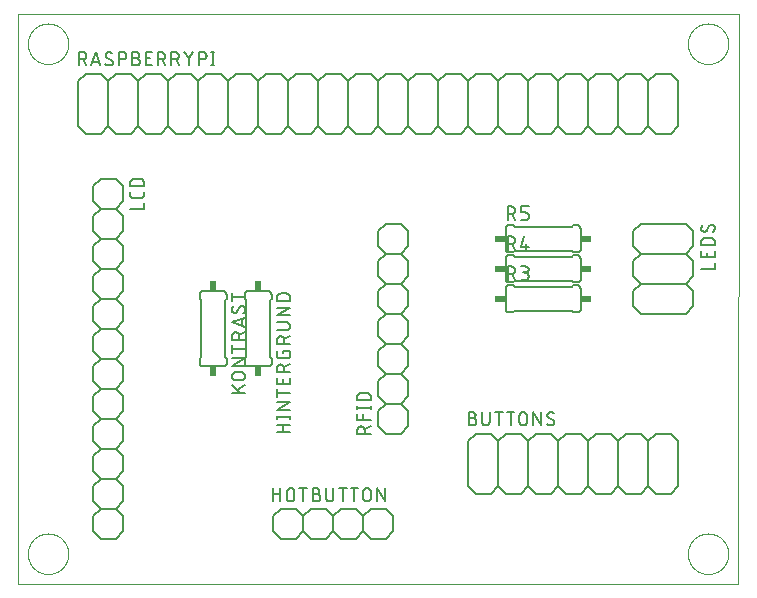
<source format=gto>
G75*
%MOIN*%
%OFA0B0*%
%FSLAX25Y25*%
%IPPOS*%
%LPD*%
%AMOC8*
5,1,8,0,0,1.08239X$1,22.5*
%
%ADD10C,0.00000*%
%ADD11C,0.00600*%
%ADD12C,0.00500*%
%ADD13R,0.03400X0.02400*%
%ADD14R,0.02400X0.03400*%
D10*
X0001000Y0001000D02*
X0001000Y0190961D01*
X0241472Y0190961D01*
X0241000Y0001000D01*
X0001000Y0001000D01*
X0004250Y0011000D02*
X0004252Y0011166D01*
X0004258Y0011331D01*
X0004268Y0011497D01*
X0004283Y0011662D01*
X0004301Y0011826D01*
X0004323Y0011990D01*
X0004349Y0012154D01*
X0004380Y0012317D01*
X0004414Y0012479D01*
X0004452Y0012640D01*
X0004495Y0012800D01*
X0004541Y0012959D01*
X0004591Y0013117D01*
X0004645Y0013274D01*
X0004702Y0013429D01*
X0004764Y0013583D01*
X0004829Y0013735D01*
X0004898Y0013886D01*
X0004971Y0014035D01*
X0005047Y0014182D01*
X0005127Y0014327D01*
X0005210Y0014470D01*
X0005297Y0014611D01*
X0005388Y0014750D01*
X0005481Y0014887D01*
X0005578Y0015021D01*
X0005679Y0015153D01*
X0005782Y0015282D01*
X0005889Y0015409D01*
X0005999Y0015533D01*
X0006111Y0015654D01*
X0006227Y0015773D01*
X0006346Y0015889D01*
X0006467Y0016001D01*
X0006591Y0016111D01*
X0006718Y0016218D01*
X0006847Y0016321D01*
X0006979Y0016422D01*
X0007113Y0016519D01*
X0007250Y0016612D01*
X0007389Y0016703D01*
X0007530Y0016790D01*
X0007673Y0016873D01*
X0007818Y0016953D01*
X0007965Y0017029D01*
X0008114Y0017102D01*
X0008265Y0017171D01*
X0008417Y0017236D01*
X0008571Y0017298D01*
X0008726Y0017355D01*
X0008883Y0017409D01*
X0009041Y0017459D01*
X0009200Y0017505D01*
X0009360Y0017548D01*
X0009521Y0017586D01*
X0009683Y0017620D01*
X0009846Y0017651D01*
X0010010Y0017677D01*
X0010174Y0017699D01*
X0010338Y0017717D01*
X0010503Y0017732D01*
X0010669Y0017742D01*
X0010834Y0017748D01*
X0011000Y0017750D01*
X0011166Y0017748D01*
X0011331Y0017742D01*
X0011497Y0017732D01*
X0011662Y0017717D01*
X0011826Y0017699D01*
X0011990Y0017677D01*
X0012154Y0017651D01*
X0012317Y0017620D01*
X0012479Y0017586D01*
X0012640Y0017548D01*
X0012800Y0017505D01*
X0012959Y0017459D01*
X0013117Y0017409D01*
X0013274Y0017355D01*
X0013429Y0017298D01*
X0013583Y0017236D01*
X0013735Y0017171D01*
X0013886Y0017102D01*
X0014035Y0017029D01*
X0014182Y0016953D01*
X0014327Y0016873D01*
X0014470Y0016790D01*
X0014611Y0016703D01*
X0014750Y0016612D01*
X0014887Y0016519D01*
X0015021Y0016422D01*
X0015153Y0016321D01*
X0015282Y0016218D01*
X0015409Y0016111D01*
X0015533Y0016001D01*
X0015654Y0015889D01*
X0015773Y0015773D01*
X0015889Y0015654D01*
X0016001Y0015533D01*
X0016111Y0015409D01*
X0016218Y0015282D01*
X0016321Y0015153D01*
X0016422Y0015021D01*
X0016519Y0014887D01*
X0016612Y0014750D01*
X0016703Y0014611D01*
X0016790Y0014470D01*
X0016873Y0014327D01*
X0016953Y0014182D01*
X0017029Y0014035D01*
X0017102Y0013886D01*
X0017171Y0013735D01*
X0017236Y0013583D01*
X0017298Y0013429D01*
X0017355Y0013274D01*
X0017409Y0013117D01*
X0017459Y0012959D01*
X0017505Y0012800D01*
X0017548Y0012640D01*
X0017586Y0012479D01*
X0017620Y0012317D01*
X0017651Y0012154D01*
X0017677Y0011990D01*
X0017699Y0011826D01*
X0017717Y0011662D01*
X0017732Y0011497D01*
X0017742Y0011331D01*
X0017748Y0011166D01*
X0017750Y0011000D01*
X0017748Y0010834D01*
X0017742Y0010669D01*
X0017732Y0010503D01*
X0017717Y0010338D01*
X0017699Y0010174D01*
X0017677Y0010010D01*
X0017651Y0009846D01*
X0017620Y0009683D01*
X0017586Y0009521D01*
X0017548Y0009360D01*
X0017505Y0009200D01*
X0017459Y0009041D01*
X0017409Y0008883D01*
X0017355Y0008726D01*
X0017298Y0008571D01*
X0017236Y0008417D01*
X0017171Y0008265D01*
X0017102Y0008114D01*
X0017029Y0007965D01*
X0016953Y0007818D01*
X0016873Y0007673D01*
X0016790Y0007530D01*
X0016703Y0007389D01*
X0016612Y0007250D01*
X0016519Y0007113D01*
X0016422Y0006979D01*
X0016321Y0006847D01*
X0016218Y0006718D01*
X0016111Y0006591D01*
X0016001Y0006467D01*
X0015889Y0006346D01*
X0015773Y0006227D01*
X0015654Y0006111D01*
X0015533Y0005999D01*
X0015409Y0005889D01*
X0015282Y0005782D01*
X0015153Y0005679D01*
X0015021Y0005578D01*
X0014887Y0005481D01*
X0014750Y0005388D01*
X0014611Y0005297D01*
X0014470Y0005210D01*
X0014327Y0005127D01*
X0014182Y0005047D01*
X0014035Y0004971D01*
X0013886Y0004898D01*
X0013735Y0004829D01*
X0013583Y0004764D01*
X0013429Y0004702D01*
X0013274Y0004645D01*
X0013117Y0004591D01*
X0012959Y0004541D01*
X0012800Y0004495D01*
X0012640Y0004452D01*
X0012479Y0004414D01*
X0012317Y0004380D01*
X0012154Y0004349D01*
X0011990Y0004323D01*
X0011826Y0004301D01*
X0011662Y0004283D01*
X0011497Y0004268D01*
X0011331Y0004258D01*
X0011166Y0004252D01*
X0011000Y0004250D01*
X0010834Y0004252D01*
X0010669Y0004258D01*
X0010503Y0004268D01*
X0010338Y0004283D01*
X0010174Y0004301D01*
X0010010Y0004323D01*
X0009846Y0004349D01*
X0009683Y0004380D01*
X0009521Y0004414D01*
X0009360Y0004452D01*
X0009200Y0004495D01*
X0009041Y0004541D01*
X0008883Y0004591D01*
X0008726Y0004645D01*
X0008571Y0004702D01*
X0008417Y0004764D01*
X0008265Y0004829D01*
X0008114Y0004898D01*
X0007965Y0004971D01*
X0007818Y0005047D01*
X0007673Y0005127D01*
X0007530Y0005210D01*
X0007389Y0005297D01*
X0007250Y0005388D01*
X0007113Y0005481D01*
X0006979Y0005578D01*
X0006847Y0005679D01*
X0006718Y0005782D01*
X0006591Y0005889D01*
X0006467Y0005999D01*
X0006346Y0006111D01*
X0006227Y0006227D01*
X0006111Y0006346D01*
X0005999Y0006467D01*
X0005889Y0006591D01*
X0005782Y0006718D01*
X0005679Y0006847D01*
X0005578Y0006979D01*
X0005481Y0007113D01*
X0005388Y0007250D01*
X0005297Y0007389D01*
X0005210Y0007530D01*
X0005127Y0007673D01*
X0005047Y0007818D01*
X0004971Y0007965D01*
X0004898Y0008114D01*
X0004829Y0008265D01*
X0004764Y0008417D01*
X0004702Y0008571D01*
X0004645Y0008726D01*
X0004591Y0008883D01*
X0004541Y0009041D01*
X0004495Y0009200D01*
X0004452Y0009360D01*
X0004414Y0009521D01*
X0004380Y0009683D01*
X0004349Y0009846D01*
X0004323Y0010010D01*
X0004301Y0010174D01*
X0004283Y0010338D01*
X0004268Y0010503D01*
X0004258Y0010669D01*
X0004252Y0010834D01*
X0004250Y0011000D01*
X0004250Y0181000D02*
X0004252Y0181166D01*
X0004258Y0181331D01*
X0004268Y0181497D01*
X0004283Y0181662D01*
X0004301Y0181826D01*
X0004323Y0181990D01*
X0004349Y0182154D01*
X0004380Y0182317D01*
X0004414Y0182479D01*
X0004452Y0182640D01*
X0004495Y0182800D01*
X0004541Y0182959D01*
X0004591Y0183117D01*
X0004645Y0183274D01*
X0004702Y0183429D01*
X0004764Y0183583D01*
X0004829Y0183735D01*
X0004898Y0183886D01*
X0004971Y0184035D01*
X0005047Y0184182D01*
X0005127Y0184327D01*
X0005210Y0184470D01*
X0005297Y0184611D01*
X0005388Y0184750D01*
X0005481Y0184887D01*
X0005578Y0185021D01*
X0005679Y0185153D01*
X0005782Y0185282D01*
X0005889Y0185409D01*
X0005999Y0185533D01*
X0006111Y0185654D01*
X0006227Y0185773D01*
X0006346Y0185889D01*
X0006467Y0186001D01*
X0006591Y0186111D01*
X0006718Y0186218D01*
X0006847Y0186321D01*
X0006979Y0186422D01*
X0007113Y0186519D01*
X0007250Y0186612D01*
X0007389Y0186703D01*
X0007530Y0186790D01*
X0007673Y0186873D01*
X0007818Y0186953D01*
X0007965Y0187029D01*
X0008114Y0187102D01*
X0008265Y0187171D01*
X0008417Y0187236D01*
X0008571Y0187298D01*
X0008726Y0187355D01*
X0008883Y0187409D01*
X0009041Y0187459D01*
X0009200Y0187505D01*
X0009360Y0187548D01*
X0009521Y0187586D01*
X0009683Y0187620D01*
X0009846Y0187651D01*
X0010010Y0187677D01*
X0010174Y0187699D01*
X0010338Y0187717D01*
X0010503Y0187732D01*
X0010669Y0187742D01*
X0010834Y0187748D01*
X0011000Y0187750D01*
X0011166Y0187748D01*
X0011331Y0187742D01*
X0011497Y0187732D01*
X0011662Y0187717D01*
X0011826Y0187699D01*
X0011990Y0187677D01*
X0012154Y0187651D01*
X0012317Y0187620D01*
X0012479Y0187586D01*
X0012640Y0187548D01*
X0012800Y0187505D01*
X0012959Y0187459D01*
X0013117Y0187409D01*
X0013274Y0187355D01*
X0013429Y0187298D01*
X0013583Y0187236D01*
X0013735Y0187171D01*
X0013886Y0187102D01*
X0014035Y0187029D01*
X0014182Y0186953D01*
X0014327Y0186873D01*
X0014470Y0186790D01*
X0014611Y0186703D01*
X0014750Y0186612D01*
X0014887Y0186519D01*
X0015021Y0186422D01*
X0015153Y0186321D01*
X0015282Y0186218D01*
X0015409Y0186111D01*
X0015533Y0186001D01*
X0015654Y0185889D01*
X0015773Y0185773D01*
X0015889Y0185654D01*
X0016001Y0185533D01*
X0016111Y0185409D01*
X0016218Y0185282D01*
X0016321Y0185153D01*
X0016422Y0185021D01*
X0016519Y0184887D01*
X0016612Y0184750D01*
X0016703Y0184611D01*
X0016790Y0184470D01*
X0016873Y0184327D01*
X0016953Y0184182D01*
X0017029Y0184035D01*
X0017102Y0183886D01*
X0017171Y0183735D01*
X0017236Y0183583D01*
X0017298Y0183429D01*
X0017355Y0183274D01*
X0017409Y0183117D01*
X0017459Y0182959D01*
X0017505Y0182800D01*
X0017548Y0182640D01*
X0017586Y0182479D01*
X0017620Y0182317D01*
X0017651Y0182154D01*
X0017677Y0181990D01*
X0017699Y0181826D01*
X0017717Y0181662D01*
X0017732Y0181497D01*
X0017742Y0181331D01*
X0017748Y0181166D01*
X0017750Y0181000D01*
X0017748Y0180834D01*
X0017742Y0180669D01*
X0017732Y0180503D01*
X0017717Y0180338D01*
X0017699Y0180174D01*
X0017677Y0180010D01*
X0017651Y0179846D01*
X0017620Y0179683D01*
X0017586Y0179521D01*
X0017548Y0179360D01*
X0017505Y0179200D01*
X0017459Y0179041D01*
X0017409Y0178883D01*
X0017355Y0178726D01*
X0017298Y0178571D01*
X0017236Y0178417D01*
X0017171Y0178265D01*
X0017102Y0178114D01*
X0017029Y0177965D01*
X0016953Y0177818D01*
X0016873Y0177673D01*
X0016790Y0177530D01*
X0016703Y0177389D01*
X0016612Y0177250D01*
X0016519Y0177113D01*
X0016422Y0176979D01*
X0016321Y0176847D01*
X0016218Y0176718D01*
X0016111Y0176591D01*
X0016001Y0176467D01*
X0015889Y0176346D01*
X0015773Y0176227D01*
X0015654Y0176111D01*
X0015533Y0175999D01*
X0015409Y0175889D01*
X0015282Y0175782D01*
X0015153Y0175679D01*
X0015021Y0175578D01*
X0014887Y0175481D01*
X0014750Y0175388D01*
X0014611Y0175297D01*
X0014470Y0175210D01*
X0014327Y0175127D01*
X0014182Y0175047D01*
X0014035Y0174971D01*
X0013886Y0174898D01*
X0013735Y0174829D01*
X0013583Y0174764D01*
X0013429Y0174702D01*
X0013274Y0174645D01*
X0013117Y0174591D01*
X0012959Y0174541D01*
X0012800Y0174495D01*
X0012640Y0174452D01*
X0012479Y0174414D01*
X0012317Y0174380D01*
X0012154Y0174349D01*
X0011990Y0174323D01*
X0011826Y0174301D01*
X0011662Y0174283D01*
X0011497Y0174268D01*
X0011331Y0174258D01*
X0011166Y0174252D01*
X0011000Y0174250D01*
X0010834Y0174252D01*
X0010669Y0174258D01*
X0010503Y0174268D01*
X0010338Y0174283D01*
X0010174Y0174301D01*
X0010010Y0174323D01*
X0009846Y0174349D01*
X0009683Y0174380D01*
X0009521Y0174414D01*
X0009360Y0174452D01*
X0009200Y0174495D01*
X0009041Y0174541D01*
X0008883Y0174591D01*
X0008726Y0174645D01*
X0008571Y0174702D01*
X0008417Y0174764D01*
X0008265Y0174829D01*
X0008114Y0174898D01*
X0007965Y0174971D01*
X0007818Y0175047D01*
X0007673Y0175127D01*
X0007530Y0175210D01*
X0007389Y0175297D01*
X0007250Y0175388D01*
X0007113Y0175481D01*
X0006979Y0175578D01*
X0006847Y0175679D01*
X0006718Y0175782D01*
X0006591Y0175889D01*
X0006467Y0175999D01*
X0006346Y0176111D01*
X0006227Y0176227D01*
X0006111Y0176346D01*
X0005999Y0176467D01*
X0005889Y0176591D01*
X0005782Y0176718D01*
X0005679Y0176847D01*
X0005578Y0176979D01*
X0005481Y0177113D01*
X0005388Y0177250D01*
X0005297Y0177389D01*
X0005210Y0177530D01*
X0005127Y0177673D01*
X0005047Y0177818D01*
X0004971Y0177965D01*
X0004898Y0178114D01*
X0004829Y0178265D01*
X0004764Y0178417D01*
X0004702Y0178571D01*
X0004645Y0178726D01*
X0004591Y0178883D01*
X0004541Y0179041D01*
X0004495Y0179200D01*
X0004452Y0179360D01*
X0004414Y0179521D01*
X0004380Y0179683D01*
X0004349Y0179846D01*
X0004323Y0180010D01*
X0004301Y0180174D01*
X0004283Y0180338D01*
X0004268Y0180503D01*
X0004258Y0180669D01*
X0004252Y0180834D01*
X0004250Y0181000D01*
X0224250Y0181000D02*
X0224252Y0181166D01*
X0224258Y0181331D01*
X0224268Y0181497D01*
X0224283Y0181662D01*
X0224301Y0181826D01*
X0224323Y0181990D01*
X0224349Y0182154D01*
X0224380Y0182317D01*
X0224414Y0182479D01*
X0224452Y0182640D01*
X0224495Y0182800D01*
X0224541Y0182959D01*
X0224591Y0183117D01*
X0224645Y0183274D01*
X0224702Y0183429D01*
X0224764Y0183583D01*
X0224829Y0183735D01*
X0224898Y0183886D01*
X0224971Y0184035D01*
X0225047Y0184182D01*
X0225127Y0184327D01*
X0225210Y0184470D01*
X0225297Y0184611D01*
X0225388Y0184750D01*
X0225481Y0184887D01*
X0225578Y0185021D01*
X0225679Y0185153D01*
X0225782Y0185282D01*
X0225889Y0185409D01*
X0225999Y0185533D01*
X0226111Y0185654D01*
X0226227Y0185773D01*
X0226346Y0185889D01*
X0226467Y0186001D01*
X0226591Y0186111D01*
X0226718Y0186218D01*
X0226847Y0186321D01*
X0226979Y0186422D01*
X0227113Y0186519D01*
X0227250Y0186612D01*
X0227389Y0186703D01*
X0227530Y0186790D01*
X0227673Y0186873D01*
X0227818Y0186953D01*
X0227965Y0187029D01*
X0228114Y0187102D01*
X0228265Y0187171D01*
X0228417Y0187236D01*
X0228571Y0187298D01*
X0228726Y0187355D01*
X0228883Y0187409D01*
X0229041Y0187459D01*
X0229200Y0187505D01*
X0229360Y0187548D01*
X0229521Y0187586D01*
X0229683Y0187620D01*
X0229846Y0187651D01*
X0230010Y0187677D01*
X0230174Y0187699D01*
X0230338Y0187717D01*
X0230503Y0187732D01*
X0230669Y0187742D01*
X0230834Y0187748D01*
X0231000Y0187750D01*
X0231166Y0187748D01*
X0231331Y0187742D01*
X0231497Y0187732D01*
X0231662Y0187717D01*
X0231826Y0187699D01*
X0231990Y0187677D01*
X0232154Y0187651D01*
X0232317Y0187620D01*
X0232479Y0187586D01*
X0232640Y0187548D01*
X0232800Y0187505D01*
X0232959Y0187459D01*
X0233117Y0187409D01*
X0233274Y0187355D01*
X0233429Y0187298D01*
X0233583Y0187236D01*
X0233735Y0187171D01*
X0233886Y0187102D01*
X0234035Y0187029D01*
X0234182Y0186953D01*
X0234327Y0186873D01*
X0234470Y0186790D01*
X0234611Y0186703D01*
X0234750Y0186612D01*
X0234887Y0186519D01*
X0235021Y0186422D01*
X0235153Y0186321D01*
X0235282Y0186218D01*
X0235409Y0186111D01*
X0235533Y0186001D01*
X0235654Y0185889D01*
X0235773Y0185773D01*
X0235889Y0185654D01*
X0236001Y0185533D01*
X0236111Y0185409D01*
X0236218Y0185282D01*
X0236321Y0185153D01*
X0236422Y0185021D01*
X0236519Y0184887D01*
X0236612Y0184750D01*
X0236703Y0184611D01*
X0236790Y0184470D01*
X0236873Y0184327D01*
X0236953Y0184182D01*
X0237029Y0184035D01*
X0237102Y0183886D01*
X0237171Y0183735D01*
X0237236Y0183583D01*
X0237298Y0183429D01*
X0237355Y0183274D01*
X0237409Y0183117D01*
X0237459Y0182959D01*
X0237505Y0182800D01*
X0237548Y0182640D01*
X0237586Y0182479D01*
X0237620Y0182317D01*
X0237651Y0182154D01*
X0237677Y0181990D01*
X0237699Y0181826D01*
X0237717Y0181662D01*
X0237732Y0181497D01*
X0237742Y0181331D01*
X0237748Y0181166D01*
X0237750Y0181000D01*
X0237748Y0180834D01*
X0237742Y0180669D01*
X0237732Y0180503D01*
X0237717Y0180338D01*
X0237699Y0180174D01*
X0237677Y0180010D01*
X0237651Y0179846D01*
X0237620Y0179683D01*
X0237586Y0179521D01*
X0237548Y0179360D01*
X0237505Y0179200D01*
X0237459Y0179041D01*
X0237409Y0178883D01*
X0237355Y0178726D01*
X0237298Y0178571D01*
X0237236Y0178417D01*
X0237171Y0178265D01*
X0237102Y0178114D01*
X0237029Y0177965D01*
X0236953Y0177818D01*
X0236873Y0177673D01*
X0236790Y0177530D01*
X0236703Y0177389D01*
X0236612Y0177250D01*
X0236519Y0177113D01*
X0236422Y0176979D01*
X0236321Y0176847D01*
X0236218Y0176718D01*
X0236111Y0176591D01*
X0236001Y0176467D01*
X0235889Y0176346D01*
X0235773Y0176227D01*
X0235654Y0176111D01*
X0235533Y0175999D01*
X0235409Y0175889D01*
X0235282Y0175782D01*
X0235153Y0175679D01*
X0235021Y0175578D01*
X0234887Y0175481D01*
X0234750Y0175388D01*
X0234611Y0175297D01*
X0234470Y0175210D01*
X0234327Y0175127D01*
X0234182Y0175047D01*
X0234035Y0174971D01*
X0233886Y0174898D01*
X0233735Y0174829D01*
X0233583Y0174764D01*
X0233429Y0174702D01*
X0233274Y0174645D01*
X0233117Y0174591D01*
X0232959Y0174541D01*
X0232800Y0174495D01*
X0232640Y0174452D01*
X0232479Y0174414D01*
X0232317Y0174380D01*
X0232154Y0174349D01*
X0231990Y0174323D01*
X0231826Y0174301D01*
X0231662Y0174283D01*
X0231497Y0174268D01*
X0231331Y0174258D01*
X0231166Y0174252D01*
X0231000Y0174250D01*
X0230834Y0174252D01*
X0230669Y0174258D01*
X0230503Y0174268D01*
X0230338Y0174283D01*
X0230174Y0174301D01*
X0230010Y0174323D01*
X0229846Y0174349D01*
X0229683Y0174380D01*
X0229521Y0174414D01*
X0229360Y0174452D01*
X0229200Y0174495D01*
X0229041Y0174541D01*
X0228883Y0174591D01*
X0228726Y0174645D01*
X0228571Y0174702D01*
X0228417Y0174764D01*
X0228265Y0174829D01*
X0228114Y0174898D01*
X0227965Y0174971D01*
X0227818Y0175047D01*
X0227673Y0175127D01*
X0227530Y0175210D01*
X0227389Y0175297D01*
X0227250Y0175388D01*
X0227113Y0175481D01*
X0226979Y0175578D01*
X0226847Y0175679D01*
X0226718Y0175782D01*
X0226591Y0175889D01*
X0226467Y0175999D01*
X0226346Y0176111D01*
X0226227Y0176227D01*
X0226111Y0176346D01*
X0225999Y0176467D01*
X0225889Y0176591D01*
X0225782Y0176718D01*
X0225679Y0176847D01*
X0225578Y0176979D01*
X0225481Y0177113D01*
X0225388Y0177250D01*
X0225297Y0177389D01*
X0225210Y0177530D01*
X0225127Y0177673D01*
X0225047Y0177818D01*
X0224971Y0177965D01*
X0224898Y0178114D01*
X0224829Y0178265D01*
X0224764Y0178417D01*
X0224702Y0178571D01*
X0224645Y0178726D01*
X0224591Y0178883D01*
X0224541Y0179041D01*
X0224495Y0179200D01*
X0224452Y0179360D01*
X0224414Y0179521D01*
X0224380Y0179683D01*
X0224349Y0179846D01*
X0224323Y0180010D01*
X0224301Y0180174D01*
X0224283Y0180338D01*
X0224268Y0180503D01*
X0224258Y0180669D01*
X0224252Y0180834D01*
X0224250Y0181000D01*
X0224250Y0011000D02*
X0224252Y0011166D01*
X0224258Y0011331D01*
X0224268Y0011497D01*
X0224283Y0011662D01*
X0224301Y0011826D01*
X0224323Y0011990D01*
X0224349Y0012154D01*
X0224380Y0012317D01*
X0224414Y0012479D01*
X0224452Y0012640D01*
X0224495Y0012800D01*
X0224541Y0012959D01*
X0224591Y0013117D01*
X0224645Y0013274D01*
X0224702Y0013429D01*
X0224764Y0013583D01*
X0224829Y0013735D01*
X0224898Y0013886D01*
X0224971Y0014035D01*
X0225047Y0014182D01*
X0225127Y0014327D01*
X0225210Y0014470D01*
X0225297Y0014611D01*
X0225388Y0014750D01*
X0225481Y0014887D01*
X0225578Y0015021D01*
X0225679Y0015153D01*
X0225782Y0015282D01*
X0225889Y0015409D01*
X0225999Y0015533D01*
X0226111Y0015654D01*
X0226227Y0015773D01*
X0226346Y0015889D01*
X0226467Y0016001D01*
X0226591Y0016111D01*
X0226718Y0016218D01*
X0226847Y0016321D01*
X0226979Y0016422D01*
X0227113Y0016519D01*
X0227250Y0016612D01*
X0227389Y0016703D01*
X0227530Y0016790D01*
X0227673Y0016873D01*
X0227818Y0016953D01*
X0227965Y0017029D01*
X0228114Y0017102D01*
X0228265Y0017171D01*
X0228417Y0017236D01*
X0228571Y0017298D01*
X0228726Y0017355D01*
X0228883Y0017409D01*
X0229041Y0017459D01*
X0229200Y0017505D01*
X0229360Y0017548D01*
X0229521Y0017586D01*
X0229683Y0017620D01*
X0229846Y0017651D01*
X0230010Y0017677D01*
X0230174Y0017699D01*
X0230338Y0017717D01*
X0230503Y0017732D01*
X0230669Y0017742D01*
X0230834Y0017748D01*
X0231000Y0017750D01*
X0231166Y0017748D01*
X0231331Y0017742D01*
X0231497Y0017732D01*
X0231662Y0017717D01*
X0231826Y0017699D01*
X0231990Y0017677D01*
X0232154Y0017651D01*
X0232317Y0017620D01*
X0232479Y0017586D01*
X0232640Y0017548D01*
X0232800Y0017505D01*
X0232959Y0017459D01*
X0233117Y0017409D01*
X0233274Y0017355D01*
X0233429Y0017298D01*
X0233583Y0017236D01*
X0233735Y0017171D01*
X0233886Y0017102D01*
X0234035Y0017029D01*
X0234182Y0016953D01*
X0234327Y0016873D01*
X0234470Y0016790D01*
X0234611Y0016703D01*
X0234750Y0016612D01*
X0234887Y0016519D01*
X0235021Y0016422D01*
X0235153Y0016321D01*
X0235282Y0016218D01*
X0235409Y0016111D01*
X0235533Y0016001D01*
X0235654Y0015889D01*
X0235773Y0015773D01*
X0235889Y0015654D01*
X0236001Y0015533D01*
X0236111Y0015409D01*
X0236218Y0015282D01*
X0236321Y0015153D01*
X0236422Y0015021D01*
X0236519Y0014887D01*
X0236612Y0014750D01*
X0236703Y0014611D01*
X0236790Y0014470D01*
X0236873Y0014327D01*
X0236953Y0014182D01*
X0237029Y0014035D01*
X0237102Y0013886D01*
X0237171Y0013735D01*
X0237236Y0013583D01*
X0237298Y0013429D01*
X0237355Y0013274D01*
X0237409Y0013117D01*
X0237459Y0012959D01*
X0237505Y0012800D01*
X0237548Y0012640D01*
X0237586Y0012479D01*
X0237620Y0012317D01*
X0237651Y0012154D01*
X0237677Y0011990D01*
X0237699Y0011826D01*
X0237717Y0011662D01*
X0237732Y0011497D01*
X0237742Y0011331D01*
X0237748Y0011166D01*
X0237750Y0011000D01*
X0237748Y0010834D01*
X0237742Y0010669D01*
X0237732Y0010503D01*
X0237717Y0010338D01*
X0237699Y0010174D01*
X0237677Y0010010D01*
X0237651Y0009846D01*
X0237620Y0009683D01*
X0237586Y0009521D01*
X0237548Y0009360D01*
X0237505Y0009200D01*
X0237459Y0009041D01*
X0237409Y0008883D01*
X0237355Y0008726D01*
X0237298Y0008571D01*
X0237236Y0008417D01*
X0237171Y0008265D01*
X0237102Y0008114D01*
X0237029Y0007965D01*
X0236953Y0007818D01*
X0236873Y0007673D01*
X0236790Y0007530D01*
X0236703Y0007389D01*
X0236612Y0007250D01*
X0236519Y0007113D01*
X0236422Y0006979D01*
X0236321Y0006847D01*
X0236218Y0006718D01*
X0236111Y0006591D01*
X0236001Y0006467D01*
X0235889Y0006346D01*
X0235773Y0006227D01*
X0235654Y0006111D01*
X0235533Y0005999D01*
X0235409Y0005889D01*
X0235282Y0005782D01*
X0235153Y0005679D01*
X0235021Y0005578D01*
X0234887Y0005481D01*
X0234750Y0005388D01*
X0234611Y0005297D01*
X0234470Y0005210D01*
X0234327Y0005127D01*
X0234182Y0005047D01*
X0234035Y0004971D01*
X0233886Y0004898D01*
X0233735Y0004829D01*
X0233583Y0004764D01*
X0233429Y0004702D01*
X0233274Y0004645D01*
X0233117Y0004591D01*
X0232959Y0004541D01*
X0232800Y0004495D01*
X0232640Y0004452D01*
X0232479Y0004414D01*
X0232317Y0004380D01*
X0232154Y0004349D01*
X0231990Y0004323D01*
X0231826Y0004301D01*
X0231662Y0004283D01*
X0231497Y0004268D01*
X0231331Y0004258D01*
X0231166Y0004252D01*
X0231000Y0004250D01*
X0230834Y0004252D01*
X0230669Y0004258D01*
X0230503Y0004268D01*
X0230338Y0004283D01*
X0230174Y0004301D01*
X0230010Y0004323D01*
X0229846Y0004349D01*
X0229683Y0004380D01*
X0229521Y0004414D01*
X0229360Y0004452D01*
X0229200Y0004495D01*
X0229041Y0004541D01*
X0228883Y0004591D01*
X0228726Y0004645D01*
X0228571Y0004702D01*
X0228417Y0004764D01*
X0228265Y0004829D01*
X0228114Y0004898D01*
X0227965Y0004971D01*
X0227818Y0005047D01*
X0227673Y0005127D01*
X0227530Y0005210D01*
X0227389Y0005297D01*
X0227250Y0005388D01*
X0227113Y0005481D01*
X0226979Y0005578D01*
X0226847Y0005679D01*
X0226718Y0005782D01*
X0226591Y0005889D01*
X0226467Y0005999D01*
X0226346Y0006111D01*
X0226227Y0006227D01*
X0226111Y0006346D01*
X0225999Y0006467D01*
X0225889Y0006591D01*
X0225782Y0006718D01*
X0225679Y0006847D01*
X0225578Y0006979D01*
X0225481Y0007113D01*
X0225388Y0007250D01*
X0225297Y0007389D01*
X0225210Y0007530D01*
X0225127Y0007673D01*
X0225047Y0007818D01*
X0224971Y0007965D01*
X0224898Y0008114D01*
X0224829Y0008265D01*
X0224764Y0008417D01*
X0224702Y0008571D01*
X0224645Y0008726D01*
X0224591Y0008883D01*
X0224541Y0009041D01*
X0224495Y0009200D01*
X0224452Y0009360D01*
X0224414Y0009521D01*
X0224380Y0009683D01*
X0224349Y0009846D01*
X0224323Y0010010D01*
X0224301Y0010174D01*
X0224283Y0010338D01*
X0224268Y0010503D01*
X0224258Y0010669D01*
X0224252Y0010834D01*
X0224250Y0011000D01*
D11*
X0218500Y0031000D02*
X0213500Y0031000D01*
X0211000Y0033500D01*
X0211000Y0048500D01*
X0213500Y0051000D01*
X0218500Y0051000D01*
X0221000Y0048500D01*
X0221000Y0033500D01*
X0218500Y0031000D01*
X0211000Y0033500D02*
X0208500Y0031000D01*
X0203500Y0031000D01*
X0201000Y0033500D01*
X0201000Y0048500D01*
X0203500Y0051000D01*
X0208500Y0051000D01*
X0211000Y0048500D01*
X0201000Y0048500D02*
X0198500Y0051000D01*
X0193500Y0051000D01*
X0191000Y0048500D01*
X0191000Y0033500D01*
X0193500Y0031000D01*
X0198500Y0031000D01*
X0201000Y0033500D01*
X0191000Y0033500D02*
X0188500Y0031000D01*
X0183500Y0031000D01*
X0181000Y0033500D01*
X0181000Y0048500D01*
X0183500Y0051000D01*
X0188500Y0051000D01*
X0191000Y0048500D01*
X0181000Y0048500D02*
X0178500Y0051000D01*
X0173500Y0051000D01*
X0171000Y0048500D01*
X0171000Y0033500D01*
X0173500Y0031000D01*
X0178500Y0031000D01*
X0181000Y0033500D01*
X0171000Y0033500D02*
X0168500Y0031000D01*
X0163500Y0031000D01*
X0161000Y0033500D01*
X0161000Y0048500D01*
X0163500Y0051000D01*
X0168500Y0051000D01*
X0171000Y0048500D01*
X0161000Y0048500D02*
X0158500Y0051000D01*
X0153500Y0051000D01*
X0151000Y0048500D01*
X0151000Y0033500D01*
X0153500Y0031000D01*
X0158500Y0031000D01*
X0161000Y0033500D01*
X0131000Y0053500D02*
X0131000Y0058500D01*
X0128500Y0061000D01*
X0131000Y0063500D01*
X0131000Y0068500D01*
X0128500Y0071000D01*
X0123500Y0071000D01*
X0121000Y0068500D01*
X0121000Y0063500D01*
X0123500Y0061000D01*
X0128500Y0061000D01*
X0123500Y0061000D02*
X0121000Y0058500D01*
X0121000Y0053500D01*
X0123500Y0051000D01*
X0128500Y0051000D01*
X0131000Y0053500D01*
X0128500Y0071000D02*
X0131000Y0073500D01*
X0131000Y0078500D01*
X0128500Y0081000D01*
X0131000Y0083500D01*
X0131000Y0088500D01*
X0128500Y0091000D01*
X0131000Y0093500D01*
X0131000Y0098500D01*
X0128500Y0101000D01*
X0123500Y0101000D01*
X0121000Y0098500D01*
X0121000Y0093500D01*
X0123500Y0091000D01*
X0128500Y0091000D01*
X0123500Y0091000D02*
X0121000Y0088500D01*
X0121000Y0083500D01*
X0123500Y0081000D01*
X0128500Y0081000D01*
X0123500Y0081000D02*
X0121000Y0078500D01*
X0121000Y0073500D01*
X0123500Y0071000D01*
X0085500Y0074500D02*
X0085500Y0076000D01*
X0085000Y0076500D01*
X0085000Y0095500D01*
X0085500Y0096000D01*
X0085500Y0097500D01*
X0085498Y0097560D01*
X0085493Y0097621D01*
X0085484Y0097680D01*
X0085471Y0097739D01*
X0085455Y0097798D01*
X0085435Y0097855D01*
X0085412Y0097910D01*
X0085385Y0097965D01*
X0085356Y0098017D01*
X0085323Y0098068D01*
X0085287Y0098117D01*
X0085249Y0098163D01*
X0085207Y0098207D01*
X0085163Y0098249D01*
X0085117Y0098287D01*
X0085068Y0098323D01*
X0085017Y0098356D01*
X0084965Y0098385D01*
X0084910Y0098412D01*
X0084855Y0098435D01*
X0084798Y0098455D01*
X0084739Y0098471D01*
X0084680Y0098484D01*
X0084621Y0098493D01*
X0084560Y0098498D01*
X0084500Y0098500D01*
X0077500Y0098500D01*
X0077440Y0098498D01*
X0077379Y0098493D01*
X0077320Y0098484D01*
X0077261Y0098471D01*
X0077202Y0098455D01*
X0077145Y0098435D01*
X0077090Y0098412D01*
X0077035Y0098385D01*
X0076983Y0098356D01*
X0076932Y0098323D01*
X0076883Y0098287D01*
X0076837Y0098249D01*
X0076793Y0098207D01*
X0076751Y0098163D01*
X0076713Y0098117D01*
X0076677Y0098068D01*
X0076644Y0098017D01*
X0076615Y0097965D01*
X0076588Y0097910D01*
X0076565Y0097855D01*
X0076545Y0097798D01*
X0076529Y0097739D01*
X0076516Y0097680D01*
X0076507Y0097621D01*
X0076502Y0097560D01*
X0076500Y0097500D01*
X0076500Y0096000D01*
X0077000Y0095500D01*
X0077000Y0076500D01*
X0076500Y0076000D01*
X0076500Y0074500D01*
X0076502Y0074440D01*
X0076507Y0074379D01*
X0076516Y0074320D01*
X0076529Y0074261D01*
X0076545Y0074202D01*
X0076565Y0074145D01*
X0076588Y0074090D01*
X0076615Y0074035D01*
X0076644Y0073983D01*
X0076677Y0073932D01*
X0076713Y0073883D01*
X0076751Y0073837D01*
X0076793Y0073793D01*
X0076837Y0073751D01*
X0076883Y0073713D01*
X0076932Y0073677D01*
X0076983Y0073644D01*
X0077035Y0073615D01*
X0077090Y0073588D01*
X0077145Y0073565D01*
X0077202Y0073545D01*
X0077261Y0073529D01*
X0077320Y0073516D01*
X0077379Y0073507D01*
X0077440Y0073502D01*
X0077500Y0073500D01*
X0084500Y0073500D01*
X0084560Y0073502D01*
X0084621Y0073507D01*
X0084680Y0073516D01*
X0084739Y0073529D01*
X0084798Y0073545D01*
X0084855Y0073565D01*
X0084910Y0073588D01*
X0084965Y0073615D01*
X0085017Y0073644D01*
X0085068Y0073677D01*
X0085117Y0073713D01*
X0085163Y0073751D01*
X0085207Y0073793D01*
X0085249Y0073837D01*
X0085287Y0073883D01*
X0085323Y0073932D01*
X0085356Y0073983D01*
X0085385Y0074035D01*
X0085412Y0074090D01*
X0085435Y0074145D01*
X0085455Y0074202D01*
X0085471Y0074261D01*
X0085484Y0074320D01*
X0085493Y0074379D01*
X0085498Y0074440D01*
X0085500Y0074500D01*
X0070500Y0074500D02*
X0070500Y0076000D01*
X0070000Y0076500D01*
X0070000Y0095500D01*
X0070500Y0096000D01*
X0070500Y0097500D01*
X0070498Y0097560D01*
X0070493Y0097621D01*
X0070484Y0097680D01*
X0070471Y0097739D01*
X0070455Y0097798D01*
X0070435Y0097855D01*
X0070412Y0097910D01*
X0070385Y0097965D01*
X0070356Y0098017D01*
X0070323Y0098068D01*
X0070287Y0098117D01*
X0070249Y0098163D01*
X0070207Y0098207D01*
X0070163Y0098249D01*
X0070117Y0098287D01*
X0070068Y0098323D01*
X0070017Y0098356D01*
X0069965Y0098385D01*
X0069910Y0098412D01*
X0069855Y0098435D01*
X0069798Y0098455D01*
X0069739Y0098471D01*
X0069680Y0098484D01*
X0069621Y0098493D01*
X0069560Y0098498D01*
X0069500Y0098500D01*
X0062500Y0098500D01*
X0062440Y0098498D01*
X0062379Y0098493D01*
X0062320Y0098484D01*
X0062261Y0098471D01*
X0062202Y0098455D01*
X0062145Y0098435D01*
X0062090Y0098412D01*
X0062035Y0098385D01*
X0061983Y0098356D01*
X0061932Y0098323D01*
X0061883Y0098287D01*
X0061837Y0098249D01*
X0061793Y0098207D01*
X0061751Y0098163D01*
X0061713Y0098117D01*
X0061677Y0098068D01*
X0061644Y0098017D01*
X0061615Y0097965D01*
X0061588Y0097910D01*
X0061565Y0097855D01*
X0061545Y0097798D01*
X0061529Y0097739D01*
X0061516Y0097680D01*
X0061507Y0097621D01*
X0061502Y0097560D01*
X0061500Y0097500D01*
X0061500Y0096000D01*
X0062000Y0095500D01*
X0062000Y0076500D01*
X0061500Y0076000D01*
X0061500Y0074500D01*
X0061502Y0074440D01*
X0061507Y0074379D01*
X0061516Y0074320D01*
X0061529Y0074261D01*
X0061545Y0074202D01*
X0061565Y0074145D01*
X0061588Y0074090D01*
X0061615Y0074035D01*
X0061644Y0073983D01*
X0061677Y0073932D01*
X0061713Y0073883D01*
X0061751Y0073837D01*
X0061793Y0073793D01*
X0061837Y0073751D01*
X0061883Y0073713D01*
X0061932Y0073677D01*
X0061983Y0073644D01*
X0062035Y0073615D01*
X0062090Y0073588D01*
X0062145Y0073565D01*
X0062202Y0073545D01*
X0062261Y0073529D01*
X0062320Y0073516D01*
X0062379Y0073507D01*
X0062440Y0073502D01*
X0062500Y0073500D01*
X0069500Y0073500D01*
X0069560Y0073502D01*
X0069621Y0073507D01*
X0069680Y0073516D01*
X0069739Y0073529D01*
X0069798Y0073545D01*
X0069855Y0073565D01*
X0069910Y0073588D01*
X0069965Y0073615D01*
X0070017Y0073644D01*
X0070068Y0073677D01*
X0070117Y0073713D01*
X0070163Y0073751D01*
X0070207Y0073793D01*
X0070249Y0073837D01*
X0070287Y0073883D01*
X0070323Y0073932D01*
X0070356Y0073983D01*
X0070385Y0074035D01*
X0070412Y0074090D01*
X0070435Y0074145D01*
X0070455Y0074202D01*
X0070471Y0074261D01*
X0070484Y0074320D01*
X0070493Y0074379D01*
X0070498Y0074440D01*
X0070500Y0074500D01*
X0036000Y0073500D02*
X0036000Y0068500D01*
X0033500Y0066000D01*
X0036000Y0063500D01*
X0036000Y0058500D01*
X0033500Y0056000D01*
X0028500Y0056000D01*
X0026000Y0058500D01*
X0026000Y0063500D01*
X0028500Y0066000D01*
X0026000Y0068500D01*
X0026000Y0073500D01*
X0028500Y0076000D01*
X0026000Y0078500D01*
X0026000Y0083500D01*
X0028500Y0086000D01*
X0026000Y0088500D01*
X0026000Y0093500D01*
X0028500Y0096000D01*
X0026000Y0098500D01*
X0026000Y0103500D01*
X0028500Y0106000D01*
X0026000Y0108500D01*
X0026000Y0113500D01*
X0028500Y0116000D01*
X0026000Y0118500D01*
X0026000Y0123500D01*
X0028500Y0126000D01*
X0026000Y0128500D01*
X0026000Y0133500D01*
X0028500Y0136000D01*
X0033500Y0136000D01*
X0036000Y0133500D01*
X0036000Y0128500D01*
X0033500Y0126000D01*
X0036000Y0123500D01*
X0036000Y0118500D01*
X0033500Y0116000D01*
X0028500Y0116000D01*
X0033500Y0116000D02*
X0036000Y0113500D01*
X0036000Y0108500D01*
X0033500Y0106000D01*
X0036000Y0103500D01*
X0036000Y0098500D01*
X0033500Y0096000D01*
X0036000Y0093500D01*
X0036000Y0088500D01*
X0033500Y0086000D01*
X0028500Y0086000D01*
X0033500Y0086000D02*
X0036000Y0083500D01*
X0036000Y0078500D01*
X0033500Y0076000D01*
X0036000Y0073500D01*
X0033500Y0076000D02*
X0028500Y0076000D01*
X0028500Y0066000D02*
X0033500Y0066000D01*
X0033500Y0056000D02*
X0036000Y0053500D01*
X0036000Y0048500D01*
X0033500Y0046000D01*
X0036000Y0043500D01*
X0036000Y0038500D01*
X0033500Y0036000D01*
X0036000Y0033500D01*
X0036000Y0028500D01*
X0033500Y0026000D01*
X0036000Y0023500D01*
X0036000Y0018500D01*
X0033500Y0016000D01*
X0028500Y0016000D01*
X0026000Y0018500D01*
X0026000Y0023500D01*
X0028500Y0026000D01*
X0026000Y0028500D01*
X0026000Y0033500D01*
X0028500Y0036000D01*
X0026000Y0038500D01*
X0026000Y0043500D01*
X0028500Y0046000D01*
X0026000Y0048500D01*
X0026000Y0053500D01*
X0028500Y0056000D01*
X0028500Y0046000D02*
X0033500Y0046000D01*
X0033500Y0036000D02*
X0028500Y0036000D01*
X0028500Y0026000D02*
X0033500Y0026000D01*
X0086000Y0023500D02*
X0086000Y0018500D01*
X0088500Y0016000D01*
X0093500Y0016000D01*
X0096000Y0018500D01*
X0098500Y0016000D01*
X0103500Y0016000D01*
X0106000Y0018500D01*
X0106000Y0023500D01*
X0103500Y0026000D01*
X0098500Y0026000D01*
X0096000Y0023500D01*
X0096000Y0018500D01*
X0096000Y0023500D02*
X0093500Y0026000D01*
X0088500Y0026000D01*
X0086000Y0023500D01*
X0106000Y0023500D02*
X0108500Y0026000D01*
X0113500Y0026000D01*
X0116000Y0023500D01*
X0118500Y0026000D01*
X0123500Y0026000D01*
X0126000Y0023500D01*
X0126000Y0018500D01*
X0123500Y0016000D01*
X0118500Y0016000D01*
X0116000Y0018500D01*
X0113500Y0016000D01*
X0108500Y0016000D01*
X0106000Y0018500D01*
X0116000Y0018500D02*
X0116000Y0023500D01*
X0164500Y0091500D02*
X0166000Y0091500D01*
X0166500Y0092000D01*
X0185500Y0092000D01*
X0186000Y0091500D01*
X0187500Y0091500D01*
X0187560Y0091502D01*
X0187621Y0091507D01*
X0187680Y0091516D01*
X0187739Y0091529D01*
X0187798Y0091545D01*
X0187855Y0091565D01*
X0187910Y0091588D01*
X0187965Y0091615D01*
X0188017Y0091644D01*
X0188068Y0091677D01*
X0188117Y0091713D01*
X0188163Y0091751D01*
X0188207Y0091793D01*
X0188249Y0091837D01*
X0188287Y0091883D01*
X0188323Y0091932D01*
X0188356Y0091983D01*
X0188385Y0092035D01*
X0188412Y0092090D01*
X0188435Y0092145D01*
X0188455Y0092202D01*
X0188471Y0092261D01*
X0188484Y0092320D01*
X0188493Y0092379D01*
X0188498Y0092440D01*
X0188500Y0092500D01*
X0188500Y0099500D01*
X0188498Y0099560D01*
X0188493Y0099621D01*
X0188484Y0099680D01*
X0188471Y0099739D01*
X0188455Y0099798D01*
X0188435Y0099855D01*
X0188412Y0099910D01*
X0188385Y0099965D01*
X0188356Y0100017D01*
X0188323Y0100068D01*
X0188287Y0100117D01*
X0188249Y0100163D01*
X0188207Y0100207D01*
X0188163Y0100249D01*
X0188117Y0100287D01*
X0188068Y0100323D01*
X0188017Y0100356D01*
X0187965Y0100385D01*
X0187910Y0100412D01*
X0187855Y0100435D01*
X0187798Y0100455D01*
X0187739Y0100471D01*
X0187680Y0100484D01*
X0187621Y0100493D01*
X0187560Y0100498D01*
X0187500Y0100500D01*
X0186000Y0100500D01*
X0185500Y0100000D01*
X0166500Y0100000D01*
X0166000Y0100500D01*
X0164500Y0100500D01*
X0164500Y0101500D02*
X0166000Y0101500D01*
X0166500Y0102000D01*
X0185500Y0102000D01*
X0186000Y0101500D01*
X0187500Y0101500D01*
X0187560Y0101502D01*
X0187621Y0101507D01*
X0187680Y0101516D01*
X0187739Y0101529D01*
X0187798Y0101545D01*
X0187855Y0101565D01*
X0187910Y0101588D01*
X0187965Y0101615D01*
X0188017Y0101644D01*
X0188068Y0101677D01*
X0188117Y0101713D01*
X0188163Y0101751D01*
X0188207Y0101793D01*
X0188249Y0101837D01*
X0188287Y0101883D01*
X0188323Y0101932D01*
X0188356Y0101983D01*
X0188385Y0102035D01*
X0188412Y0102090D01*
X0188435Y0102145D01*
X0188455Y0102202D01*
X0188471Y0102261D01*
X0188484Y0102320D01*
X0188493Y0102379D01*
X0188498Y0102440D01*
X0188500Y0102500D01*
X0188500Y0109500D01*
X0188498Y0109560D01*
X0188493Y0109621D01*
X0188484Y0109680D01*
X0188471Y0109739D01*
X0188455Y0109798D01*
X0188435Y0109855D01*
X0188412Y0109910D01*
X0188385Y0109965D01*
X0188356Y0110017D01*
X0188323Y0110068D01*
X0188287Y0110117D01*
X0188249Y0110163D01*
X0188207Y0110207D01*
X0188163Y0110249D01*
X0188117Y0110287D01*
X0188068Y0110323D01*
X0188017Y0110356D01*
X0187965Y0110385D01*
X0187910Y0110412D01*
X0187855Y0110435D01*
X0187798Y0110455D01*
X0187739Y0110471D01*
X0187680Y0110484D01*
X0187621Y0110493D01*
X0187560Y0110498D01*
X0187500Y0110500D01*
X0186000Y0110500D01*
X0185500Y0110000D01*
X0166500Y0110000D01*
X0166000Y0110500D01*
X0164500Y0110500D01*
X0164440Y0110498D01*
X0164379Y0110493D01*
X0164320Y0110484D01*
X0164261Y0110471D01*
X0164202Y0110455D01*
X0164145Y0110435D01*
X0164090Y0110412D01*
X0164035Y0110385D01*
X0163983Y0110356D01*
X0163932Y0110323D01*
X0163883Y0110287D01*
X0163837Y0110249D01*
X0163793Y0110207D01*
X0163751Y0110163D01*
X0163713Y0110117D01*
X0163677Y0110068D01*
X0163644Y0110017D01*
X0163615Y0109965D01*
X0163588Y0109910D01*
X0163565Y0109855D01*
X0163545Y0109798D01*
X0163529Y0109739D01*
X0163516Y0109680D01*
X0163507Y0109621D01*
X0163502Y0109560D01*
X0163500Y0109500D01*
X0163500Y0102500D01*
X0163502Y0102440D01*
X0163507Y0102379D01*
X0163516Y0102320D01*
X0163529Y0102261D01*
X0163545Y0102202D01*
X0163565Y0102145D01*
X0163588Y0102090D01*
X0163615Y0102035D01*
X0163644Y0101983D01*
X0163677Y0101932D01*
X0163713Y0101883D01*
X0163751Y0101837D01*
X0163793Y0101793D01*
X0163837Y0101751D01*
X0163883Y0101713D01*
X0163932Y0101677D01*
X0163983Y0101644D01*
X0164035Y0101615D01*
X0164090Y0101588D01*
X0164145Y0101565D01*
X0164202Y0101545D01*
X0164261Y0101529D01*
X0164320Y0101516D01*
X0164379Y0101507D01*
X0164440Y0101502D01*
X0164500Y0101500D01*
X0164500Y0100500D02*
X0164440Y0100498D01*
X0164379Y0100493D01*
X0164320Y0100484D01*
X0164261Y0100471D01*
X0164202Y0100455D01*
X0164145Y0100435D01*
X0164090Y0100412D01*
X0164035Y0100385D01*
X0163983Y0100356D01*
X0163932Y0100323D01*
X0163883Y0100287D01*
X0163837Y0100249D01*
X0163793Y0100207D01*
X0163751Y0100163D01*
X0163713Y0100117D01*
X0163677Y0100068D01*
X0163644Y0100017D01*
X0163615Y0099965D01*
X0163588Y0099910D01*
X0163565Y0099855D01*
X0163545Y0099798D01*
X0163529Y0099739D01*
X0163516Y0099680D01*
X0163507Y0099621D01*
X0163502Y0099560D01*
X0163500Y0099500D01*
X0163500Y0092500D01*
X0163502Y0092440D01*
X0163507Y0092379D01*
X0163516Y0092320D01*
X0163529Y0092261D01*
X0163545Y0092202D01*
X0163565Y0092145D01*
X0163588Y0092090D01*
X0163615Y0092035D01*
X0163644Y0091983D01*
X0163677Y0091932D01*
X0163713Y0091883D01*
X0163751Y0091837D01*
X0163793Y0091793D01*
X0163837Y0091751D01*
X0163883Y0091713D01*
X0163932Y0091677D01*
X0163983Y0091644D01*
X0164035Y0091615D01*
X0164090Y0091588D01*
X0164145Y0091565D01*
X0164202Y0091545D01*
X0164261Y0091529D01*
X0164320Y0091516D01*
X0164379Y0091507D01*
X0164440Y0091502D01*
X0164500Y0091500D01*
X0164500Y0111500D02*
X0166000Y0111500D01*
X0166500Y0112000D01*
X0185500Y0112000D01*
X0186000Y0111500D01*
X0187500Y0111500D01*
X0187560Y0111502D01*
X0187621Y0111507D01*
X0187680Y0111516D01*
X0187739Y0111529D01*
X0187798Y0111545D01*
X0187855Y0111565D01*
X0187910Y0111588D01*
X0187965Y0111615D01*
X0188017Y0111644D01*
X0188068Y0111677D01*
X0188117Y0111713D01*
X0188163Y0111751D01*
X0188207Y0111793D01*
X0188249Y0111837D01*
X0188287Y0111883D01*
X0188323Y0111932D01*
X0188356Y0111983D01*
X0188385Y0112035D01*
X0188412Y0112090D01*
X0188435Y0112145D01*
X0188455Y0112202D01*
X0188471Y0112261D01*
X0188484Y0112320D01*
X0188493Y0112379D01*
X0188498Y0112440D01*
X0188500Y0112500D01*
X0188500Y0119500D01*
X0188498Y0119560D01*
X0188493Y0119621D01*
X0188484Y0119680D01*
X0188471Y0119739D01*
X0188455Y0119798D01*
X0188435Y0119855D01*
X0188412Y0119910D01*
X0188385Y0119965D01*
X0188356Y0120017D01*
X0188323Y0120068D01*
X0188287Y0120117D01*
X0188249Y0120163D01*
X0188207Y0120207D01*
X0188163Y0120249D01*
X0188117Y0120287D01*
X0188068Y0120323D01*
X0188017Y0120356D01*
X0187965Y0120385D01*
X0187910Y0120412D01*
X0187855Y0120435D01*
X0187798Y0120455D01*
X0187739Y0120471D01*
X0187680Y0120484D01*
X0187621Y0120493D01*
X0187560Y0120498D01*
X0187500Y0120500D01*
X0186000Y0120500D01*
X0185500Y0120000D01*
X0166500Y0120000D01*
X0166000Y0120500D01*
X0164500Y0120500D01*
X0164440Y0120498D01*
X0164379Y0120493D01*
X0164320Y0120484D01*
X0164261Y0120471D01*
X0164202Y0120455D01*
X0164145Y0120435D01*
X0164090Y0120412D01*
X0164035Y0120385D01*
X0163983Y0120356D01*
X0163932Y0120323D01*
X0163883Y0120287D01*
X0163837Y0120249D01*
X0163793Y0120207D01*
X0163751Y0120163D01*
X0163713Y0120117D01*
X0163677Y0120068D01*
X0163644Y0120017D01*
X0163615Y0119965D01*
X0163588Y0119910D01*
X0163565Y0119855D01*
X0163545Y0119798D01*
X0163529Y0119739D01*
X0163516Y0119680D01*
X0163507Y0119621D01*
X0163502Y0119560D01*
X0163500Y0119500D01*
X0163500Y0112500D01*
X0163502Y0112440D01*
X0163507Y0112379D01*
X0163516Y0112320D01*
X0163529Y0112261D01*
X0163545Y0112202D01*
X0163565Y0112145D01*
X0163588Y0112090D01*
X0163615Y0112035D01*
X0163644Y0111983D01*
X0163677Y0111932D01*
X0163713Y0111883D01*
X0163751Y0111837D01*
X0163793Y0111793D01*
X0163837Y0111751D01*
X0163883Y0111713D01*
X0163932Y0111677D01*
X0163983Y0111644D01*
X0164035Y0111615D01*
X0164090Y0111588D01*
X0164145Y0111565D01*
X0164202Y0111545D01*
X0164261Y0111529D01*
X0164320Y0111516D01*
X0164379Y0111507D01*
X0164440Y0111502D01*
X0164500Y0111500D01*
X0131000Y0113500D02*
X0131000Y0118500D01*
X0128500Y0121000D01*
X0123500Y0121000D01*
X0121000Y0118500D01*
X0121000Y0113500D01*
X0123500Y0111000D01*
X0128500Y0111000D01*
X0131000Y0113500D01*
X0128500Y0111000D02*
X0131000Y0108500D01*
X0131000Y0103500D01*
X0128500Y0101000D01*
X0123500Y0101000D02*
X0121000Y0103500D01*
X0121000Y0108500D01*
X0123500Y0111000D01*
X0123500Y0151000D02*
X0121000Y0153500D01*
X0121000Y0168500D01*
X0123500Y0171000D01*
X0128500Y0171000D01*
X0131000Y0168500D01*
X0131000Y0153500D01*
X0128500Y0151000D01*
X0123500Y0151000D01*
X0121000Y0153500D02*
X0118500Y0151000D01*
X0113500Y0151000D01*
X0111000Y0153500D01*
X0111000Y0168500D01*
X0113500Y0171000D01*
X0118500Y0171000D01*
X0121000Y0168500D01*
X0111000Y0168500D02*
X0108500Y0171000D01*
X0103500Y0171000D01*
X0101000Y0168500D01*
X0101000Y0153500D01*
X0098500Y0151000D01*
X0093500Y0151000D01*
X0091000Y0153500D01*
X0091000Y0168500D01*
X0093500Y0171000D01*
X0098500Y0171000D01*
X0101000Y0168500D01*
X0091000Y0168500D02*
X0088500Y0171000D01*
X0083500Y0171000D01*
X0081000Y0168500D01*
X0081000Y0153500D01*
X0083500Y0151000D01*
X0088500Y0151000D01*
X0091000Y0153500D01*
X0081000Y0153500D02*
X0078500Y0151000D01*
X0073500Y0151000D01*
X0071000Y0153500D01*
X0071000Y0168500D01*
X0073500Y0171000D01*
X0078500Y0171000D01*
X0081000Y0168500D01*
X0071000Y0168500D02*
X0068500Y0171000D01*
X0063500Y0171000D01*
X0061000Y0168500D01*
X0061000Y0153500D01*
X0063500Y0151000D01*
X0068500Y0151000D01*
X0071000Y0153500D01*
X0061000Y0153500D02*
X0058500Y0151000D01*
X0053500Y0151000D01*
X0051000Y0153500D01*
X0051000Y0168500D01*
X0053500Y0171000D01*
X0058500Y0171000D01*
X0061000Y0168500D01*
X0051000Y0168500D02*
X0048500Y0171000D01*
X0043500Y0171000D01*
X0041000Y0168500D01*
X0041000Y0153500D01*
X0043500Y0151000D01*
X0048500Y0151000D01*
X0051000Y0153500D01*
X0041000Y0153500D02*
X0038500Y0151000D01*
X0033500Y0151000D01*
X0031000Y0153500D01*
X0031000Y0168500D01*
X0033500Y0171000D01*
X0038500Y0171000D01*
X0041000Y0168500D01*
X0031000Y0168500D02*
X0028500Y0171000D01*
X0023500Y0171000D01*
X0021000Y0168500D01*
X0021000Y0153500D01*
X0023500Y0151000D01*
X0028500Y0151000D01*
X0031000Y0153500D01*
X0033500Y0126000D02*
X0028500Y0126000D01*
X0028500Y0106000D02*
X0033500Y0106000D01*
X0033500Y0096000D02*
X0028500Y0096000D01*
X0101000Y0153500D02*
X0103500Y0151000D01*
X0108500Y0151000D01*
X0111000Y0153500D01*
X0131000Y0153500D02*
X0133500Y0151000D01*
X0138500Y0151000D01*
X0141000Y0153500D01*
X0141000Y0168500D01*
X0143500Y0171000D01*
X0148500Y0171000D01*
X0151000Y0168500D01*
X0151000Y0153500D01*
X0148500Y0151000D01*
X0143500Y0151000D01*
X0141000Y0153500D01*
X0151000Y0153500D02*
X0153500Y0151000D01*
X0158500Y0151000D01*
X0161000Y0153500D01*
X0161000Y0168500D01*
X0163500Y0171000D01*
X0168500Y0171000D01*
X0171000Y0168500D01*
X0171000Y0153500D01*
X0168500Y0151000D01*
X0163500Y0151000D01*
X0161000Y0153500D01*
X0171000Y0153500D02*
X0173500Y0151000D01*
X0178500Y0151000D01*
X0181000Y0153500D01*
X0181000Y0168500D01*
X0183500Y0171000D01*
X0188500Y0171000D01*
X0191000Y0168500D01*
X0191000Y0153500D01*
X0188500Y0151000D01*
X0183500Y0151000D01*
X0181000Y0153500D01*
X0191000Y0153500D02*
X0193500Y0151000D01*
X0198500Y0151000D01*
X0201000Y0153500D01*
X0201000Y0168500D01*
X0203500Y0171000D01*
X0208500Y0171000D01*
X0211000Y0168500D01*
X0213500Y0171000D01*
X0218500Y0171000D01*
X0221000Y0168500D01*
X0221000Y0153500D01*
X0218500Y0151000D01*
X0213500Y0151000D01*
X0211000Y0153500D01*
X0211000Y0168500D01*
X0201000Y0168500D02*
X0198500Y0171000D01*
X0193500Y0171000D01*
X0191000Y0168500D01*
X0181000Y0168500D02*
X0178500Y0171000D01*
X0173500Y0171000D01*
X0171000Y0168500D01*
X0161000Y0168500D02*
X0158500Y0171000D01*
X0153500Y0171000D01*
X0151000Y0168500D01*
X0141000Y0168500D02*
X0138500Y0171000D01*
X0133500Y0171000D01*
X0131000Y0168500D01*
X0201000Y0153500D02*
X0203500Y0151000D01*
X0208500Y0151000D01*
X0211000Y0153500D01*
X0208500Y0121000D02*
X0223500Y0121000D01*
X0226000Y0118500D01*
X0226000Y0113500D01*
X0223500Y0111000D01*
X0208500Y0111000D01*
X0206000Y0108500D01*
X0206000Y0103500D01*
X0208500Y0101000D01*
X0206000Y0098500D01*
X0206000Y0093500D01*
X0208500Y0091000D01*
X0223500Y0091000D01*
X0226000Y0093500D01*
X0226000Y0098500D01*
X0223500Y0101000D01*
X0208500Y0101000D01*
X0208500Y0111000D02*
X0206000Y0113500D01*
X0206000Y0118500D01*
X0208500Y0121000D01*
X0223500Y0111000D02*
X0226000Y0108500D01*
X0226000Y0103500D01*
X0223500Y0101000D01*
D12*
X0228750Y0105960D02*
X0233250Y0105960D01*
X0233250Y0107960D01*
X0233250Y0109860D02*
X0228750Y0109860D01*
X0228750Y0111860D01*
X0228750Y0113750D02*
X0228750Y0115000D01*
X0228752Y0115068D01*
X0228757Y0115135D01*
X0228766Y0115202D01*
X0228779Y0115269D01*
X0228796Y0115334D01*
X0228815Y0115399D01*
X0228839Y0115463D01*
X0228866Y0115525D01*
X0228896Y0115586D01*
X0228929Y0115644D01*
X0228965Y0115701D01*
X0229005Y0115756D01*
X0229047Y0115809D01*
X0229093Y0115860D01*
X0229140Y0115907D01*
X0229191Y0115953D01*
X0229244Y0115995D01*
X0229299Y0116035D01*
X0229356Y0116071D01*
X0229414Y0116104D01*
X0229475Y0116134D01*
X0229537Y0116161D01*
X0229601Y0116185D01*
X0229666Y0116204D01*
X0229731Y0116221D01*
X0229798Y0116234D01*
X0229865Y0116243D01*
X0229932Y0116248D01*
X0230000Y0116250D01*
X0232000Y0116250D01*
X0232068Y0116248D01*
X0232135Y0116243D01*
X0232202Y0116234D01*
X0232269Y0116221D01*
X0232334Y0116204D01*
X0232399Y0116185D01*
X0232463Y0116161D01*
X0232525Y0116134D01*
X0232586Y0116104D01*
X0232644Y0116071D01*
X0232701Y0116035D01*
X0232756Y0115995D01*
X0232809Y0115953D01*
X0232860Y0115907D01*
X0232907Y0115860D01*
X0232953Y0115809D01*
X0232995Y0115756D01*
X0233035Y0115701D01*
X0233071Y0115644D01*
X0233104Y0115586D01*
X0233134Y0115525D01*
X0233161Y0115463D01*
X0233185Y0115399D01*
X0233204Y0115334D01*
X0233221Y0115269D01*
X0233234Y0115202D01*
X0233243Y0115135D01*
X0233248Y0115068D01*
X0233250Y0115000D01*
X0233250Y0113750D01*
X0228750Y0113750D01*
X0230750Y0111360D02*
X0230750Y0109860D01*
X0233250Y0109860D02*
X0233250Y0111860D01*
X0230625Y0118875D02*
X0231375Y0120250D01*
X0233250Y0119750D02*
X0233248Y0119662D01*
X0233243Y0119575D01*
X0233234Y0119487D01*
X0233221Y0119400D01*
X0233205Y0119314D01*
X0233185Y0119229D01*
X0233161Y0119144D01*
X0233134Y0119060D01*
X0233104Y0118978D01*
X0233070Y0118897D01*
X0233033Y0118817D01*
X0232993Y0118739D01*
X0232949Y0118663D01*
X0232902Y0118589D01*
X0232853Y0118517D01*
X0232800Y0118446D01*
X0232744Y0118378D01*
X0232686Y0118313D01*
X0232625Y0118250D01*
X0231375Y0120250D02*
X0231408Y0120302D01*
X0231444Y0120353D01*
X0231483Y0120401D01*
X0231525Y0120446D01*
X0231570Y0120489D01*
X0231618Y0120529D01*
X0231667Y0120566D01*
X0231719Y0120600D01*
X0231773Y0120631D01*
X0231829Y0120659D01*
X0231886Y0120683D01*
X0231945Y0120703D01*
X0232004Y0120720D01*
X0232065Y0120733D01*
X0232126Y0120742D01*
X0232188Y0120748D01*
X0232250Y0120750D01*
X0232310Y0120748D01*
X0232371Y0120743D01*
X0232430Y0120734D01*
X0232489Y0120721D01*
X0232548Y0120705D01*
X0232605Y0120685D01*
X0232660Y0120662D01*
X0232715Y0120635D01*
X0232767Y0120606D01*
X0232818Y0120573D01*
X0232867Y0120537D01*
X0232913Y0120499D01*
X0232957Y0120457D01*
X0232999Y0120413D01*
X0233037Y0120367D01*
X0233073Y0120318D01*
X0233106Y0120267D01*
X0233135Y0120215D01*
X0233162Y0120160D01*
X0233185Y0120105D01*
X0233205Y0120048D01*
X0233221Y0119989D01*
X0233234Y0119930D01*
X0233243Y0119871D01*
X0233248Y0119810D01*
X0233250Y0119750D01*
X0229125Y0120500D02*
X0229078Y0120435D01*
X0229034Y0120367D01*
X0228993Y0120298D01*
X0228955Y0120227D01*
X0228920Y0120155D01*
X0228888Y0120081D01*
X0228859Y0120006D01*
X0228834Y0119930D01*
X0228812Y0119852D01*
X0228793Y0119774D01*
X0228778Y0119695D01*
X0228766Y0119616D01*
X0228757Y0119536D01*
X0228752Y0119455D01*
X0228750Y0119375D01*
X0228752Y0119315D01*
X0228757Y0119254D01*
X0228766Y0119195D01*
X0228779Y0119136D01*
X0228795Y0119077D01*
X0228815Y0119020D01*
X0228838Y0118965D01*
X0228865Y0118910D01*
X0228894Y0118858D01*
X0228927Y0118807D01*
X0228963Y0118758D01*
X0229001Y0118712D01*
X0229043Y0118668D01*
X0229087Y0118626D01*
X0229133Y0118588D01*
X0229182Y0118552D01*
X0229233Y0118519D01*
X0229285Y0118490D01*
X0229340Y0118463D01*
X0229395Y0118440D01*
X0229452Y0118420D01*
X0229511Y0118404D01*
X0229570Y0118391D01*
X0229629Y0118382D01*
X0229690Y0118377D01*
X0229750Y0118375D01*
X0229812Y0118377D01*
X0229874Y0118383D01*
X0229935Y0118392D01*
X0229996Y0118405D01*
X0230055Y0118422D01*
X0230114Y0118442D01*
X0230171Y0118466D01*
X0230227Y0118494D01*
X0230281Y0118525D01*
X0230333Y0118559D01*
X0230382Y0118596D01*
X0230430Y0118636D01*
X0230475Y0118679D01*
X0230517Y0118724D01*
X0230556Y0118772D01*
X0230592Y0118823D01*
X0230625Y0118875D01*
X0171217Y0123250D02*
X0171217Y0123750D01*
X0171215Y0123810D01*
X0171210Y0123871D01*
X0171201Y0123930D01*
X0171188Y0123989D01*
X0171172Y0124048D01*
X0171152Y0124105D01*
X0171129Y0124160D01*
X0171102Y0124215D01*
X0171073Y0124267D01*
X0171040Y0124318D01*
X0171004Y0124367D01*
X0170966Y0124413D01*
X0170924Y0124457D01*
X0170880Y0124499D01*
X0170834Y0124537D01*
X0170785Y0124573D01*
X0170734Y0124606D01*
X0170682Y0124635D01*
X0170627Y0124662D01*
X0170572Y0124685D01*
X0170515Y0124705D01*
X0170456Y0124721D01*
X0170397Y0124734D01*
X0170338Y0124743D01*
X0170277Y0124748D01*
X0170217Y0124750D01*
X0168717Y0124750D01*
X0168717Y0126750D01*
X0171217Y0126750D01*
X0171217Y0123250D02*
X0171215Y0123190D01*
X0171210Y0123129D01*
X0171201Y0123070D01*
X0171188Y0123011D01*
X0171172Y0122952D01*
X0171152Y0122895D01*
X0171129Y0122840D01*
X0171102Y0122785D01*
X0171073Y0122733D01*
X0171040Y0122682D01*
X0171004Y0122633D01*
X0170966Y0122587D01*
X0170924Y0122543D01*
X0170880Y0122501D01*
X0170834Y0122463D01*
X0170785Y0122427D01*
X0170734Y0122394D01*
X0170682Y0122365D01*
X0170627Y0122338D01*
X0170572Y0122315D01*
X0170515Y0122295D01*
X0170456Y0122279D01*
X0170397Y0122266D01*
X0170338Y0122257D01*
X0170277Y0122252D01*
X0170217Y0122250D01*
X0168717Y0122250D01*
X0166750Y0122250D02*
X0165750Y0124250D01*
X0165500Y0124250D02*
X0164250Y0124250D01*
X0165500Y0124250D02*
X0165569Y0124252D01*
X0165638Y0124258D01*
X0165706Y0124267D01*
X0165773Y0124280D01*
X0165840Y0124297D01*
X0165906Y0124318D01*
X0165970Y0124342D01*
X0166033Y0124370D01*
X0166095Y0124401D01*
X0166155Y0124435D01*
X0166212Y0124473D01*
X0166268Y0124514D01*
X0166321Y0124557D01*
X0166372Y0124604D01*
X0166420Y0124653D01*
X0166465Y0124705D01*
X0166507Y0124760D01*
X0166546Y0124816D01*
X0166583Y0124875D01*
X0166615Y0124936D01*
X0166645Y0124998D01*
X0166671Y0125062D01*
X0166693Y0125127D01*
X0166712Y0125193D01*
X0166727Y0125260D01*
X0166738Y0125328D01*
X0166746Y0125397D01*
X0166750Y0125466D01*
X0166750Y0125534D01*
X0166746Y0125603D01*
X0166738Y0125672D01*
X0166727Y0125740D01*
X0166712Y0125807D01*
X0166693Y0125873D01*
X0166671Y0125938D01*
X0166645Y0126002D01*
X0166615Y0126064D01*
X0166583Y0126125D01*
X0166546Y0126184D01*
X0166507Y0126240D01*
X0166465Y0126295D01*
X0166420Y0126347D01*
X0166372Y0126396D01*
X0166321Y0126443D01*
X0166268Y0126486D01*
X0166212Y0126527D01*
X0166155Y0126565D01*
X0166095Y0126599D01*
X0166033Y0126630D01*
X0165970Y0126658D01*
X0165906Y0126682D01*
X0165840Y0126703D01*
X0165773Y0126720D01*
X0165706Y0126733D01*
X0165638Y0126742D01*
X0165569Y0126748D01*
X0165500Y0126750D01*
X0164250Y0126750D01*
X0164250Y0122250D01*
X0164250Y0116750D02*
X0165500Y0116750D01*
X0165569Y0116748D01*
X0165638Y0116742D01*
X0165706Y0116733D01*
X0165773Y0116720D01*
X0165840Y0116703D01*
X0165906Y0116682D01*
X0165970Y0116658D01*
X0166033Y0116630D01*
X0166095Y0116599D01*
X0166155Y0116565D01*
X0166212Y0116527D01*
X0166268Y0116486D01*
X0166321Y0116443D01*
X0166372Y0116396D01*
X0166420Y0116347D01*
X0166465Y0116295D01*
X0166507Y0116240D01*
X0166546Y0116184D01*
X0166583Y0116125D01*
X0166615Y0116064D01*
X0166645Y0116002D01*
X0166671Y0115938D01*
X0166693Y0115873D01*
X0166712Y0115807D01*
X0166727Y0115740D01*
X0166738Y0115672D01*
X0166746Y0115603D01*
X0166750Y0115534D01*
X0166750Y0115466D01*
X0166746Y0115397D01*
X0166738Y0115328D01*
X0166727Y0115260D01*
X0166712Y0115193D01*
X0166693Y0115127D01*
X0166671Y0115062D01*
X0166645Y0114998D01*
X0166615Y0114936D01*
X0166583Y0114875D01*
X0166546Y0114816D01*
X0166507Y0114760D01*
X0166465Y0114705D01*
X0166420Y0114653D01*
X0166372Y0114604D01*
X0166321Y0114557D01*
X0166268Y0114514D01*
X0166212Y0114473D01*
X0166155Y0114435D01*
X0166095Y0114401D01*
X0166033Y0114370D01*
X0165970Y0114342D01*
X0165906Y0114318D01*
X0165840Y0114297D01*
X0165773Y0114280D01*
X0165706Y0114267D01*
X0165638Y0114258D01*
X0165569Y0114252D01*
X0165500Y0114250D01*
X0164250Y0114250D01*
X0165750Y0114250D02*
X0166750Y0112250D01*
X0168717Y0113250D02*
X0171217Y0113250D01*
X0170467Y0114250D02*
X0170467Y0112250D01*
X0168717Y0113250D02*
X0169717Y0116750D01*
X0164250Y0116750D02*
X0164250Y0112250D01*
X0164250Y0106750D02*
X0165500Y0106750D01*
X0165569Y0106748D01*
X0165638Y0106742D01*
X0165706Y0106733D01*
X0165773Y0106720D01*
X0165840Y0106703D01*
X0165906Y0106682D01*
X0165970Y0106658D01*
X0166033Y0106630D01*
X0166095Y0106599D01*
X0166155Y0106565D01*
X0166212Y0106527D01*
X0166268Y0106486D01*
X0166321Y0106443D01*
X0166372Y0106396D01*
X0166420Y0106347D01*
X0166465Y0106295D01*
X0166507Y0106240D01*
X0166546Y0106184D01*
X0166583Y0106125D01*
X0166615Y0106064D01*
X0166645Y0106002D01*
X0166671Y0105938D01*
X0166693Y0105873D01*
X0166712Y0105807D01*
X0166727Y0105740D01*
X0166738Y0105672D01*
X0166746Y0105603D01*
X0166750Y0105534D01*
X0166750Y0105466D01*
X0166746Y0105397D01*
X0166738Y0105328D01*
X0166727Y0105260D01*
X0166712Y0105193D01*
X0166693Y0105127D01*
X0166671Y0105062D01*
X0166645Y0104998D01*
X0166615Y0104936D01*
X0166583Y0104875D01*
X0166546Y0104816D01*
X0166507Y0104760D01*
X0166465Y0104705D01*
X0166420Y0104653D01*
X0166372Y0104604D01*
X0166321Y0104557D01*
X0166268Y0104514D01*
X0166212Y0104473D01*
X0166155Y0104435D01*
X0166095Y0104401D01*
X0166033Y0104370D01*
X0165970Y0104342D01*
X0165906Y0104318D01*
X0165840Y0104297D01*
X0165773Y0104280D01*
X0165706Y0104267D01*
X0165638Y0104258D01*
X0165569Y0104252D01*
X0165500Y0104250D01*
X0164250Y0104250D01*
X0165750Y0104250D02*
X0166750Y0102250D01*
X0168717Y0102250D02*
X0169967Y0102250D01*
X0170036Y0102252D01*
X0170105Y0102258D01*
X0170173Y0102267D01*
X0170240Y0102280D01*
X0170307Y0102297D01*
X0170373Y0102318D01*
X0170437Y0102342D01*
X0170500Y0102370D01*
X0170562Y0102401D01*
X0170622Y0102435D01*
X0170679Y0102473D01*
X0170735Y0102514D01*
X0170788Y0102557D01*
X0170839Y0102604D01*
X0170887Y0102653D01*
X0170932Y0102705D01*
X0170974Y0102760D01*
X0171013Y0102816D01*
X0171050Y0102875D01*
X0171082Y0102936D01*
X0171112Y0102998D01*
X0171138Y0103062D01*
X0171160Y0103127D01*
X0171179Y0103193D01*
X0171194Y0103260D01*
X0171205Y0103328D01*
X0171213Y0103397D01*
X0171217Y0103466D01*
X0171217Y0103534D01*
X0171213Y0103603D01*
X0171205Y0103672D01*
X0171194Y0103740D01*
X0171179Y0103807D01*
X0171160Y0103873D01*
X0171138Y0103938D01*
X0171112Y0104002D01*
X0171082Y0104064D01*
X0171050Y0104125D01*
X0171013Y0104184D01*
X0170974Y0104240D01*
X0170932Y0104295D01*
X0170887Y0104347D01*
X0170839Y0104396D01*
X0170788Y0104443D01*
X0170735Y0104486D01*
X0170679Y0104527D01*
X0170622Y0104565D01*
X0170562Y0104599D01*
X0170500Y0104630D01*
X0170437Y0104658D01*
X0170373Y0104682D01*
X0170307Y0104703D01*
X0170240Y0104720D01*
X0170173Y0104733D01*
X0170105Y0104742D01*
X0170036Y0104748D01*
X0169967Y0104750D01*
X0170217Y0104750D02*
X0169217Y0104750D01*
X0170217Y0104750D02*
X0170279Y0104752D01*
X0170340Y0104758D01*
X0170401Y0104767D01*
X0170461Y0104780D01*
X0170520Y0104797D01*
X0170578Y0104818D01*
X0170635Y0104842D01*
X0170690Y0104869D01*
X0170743Y0104900D01*
X0170795Y0104934D01*
X0170844Y0104971D01*
X0170891Y0105011D01*
X0170935Y0105054D01*
X0170976Y0105099D01*
X0171015Y0105147D01*
X0171051Y0105198D01*
X0171083Y0105250D01*
X0171112Y0105304D01*
X0171138Y0105360D01*
X0171160Y0105418D01*
X0171179Y0105476D01*
X0171194Y0105536D01*
X0171205Y0105597D01*
X0171213Y0105658D01*
X0171217Y0105719D01*
X0171217Y0105781D01*
X0171213Y0105842D01*
X0171205Y0105903D01*
X0171194Y0105964D01*
X0171179Y0106024D01*
X0171160Y0106082D01*
X0171138Y0106140D01*
X0171112Y0106196D01*
X0171083Y0106250D01*
X0171051Y0106302D01*
X0171015Y0106353D01*
X0170976Y0106401D01*
X0170935Y0106446D01*
X0170891Y0106489D01*
X0170844Y0106529D01*
X0170795Y0106566D01*
X0170743Y0106600D01*
X0170690Y0106631D01*
X0170635Y0106658D01*
X0170578Y0106682D01*
X0170520Y0106703D01*
X0170461Y0106720D01*
X0170401Y0106733D01*
X0170340Y0106742D01*
X0170279Y0106748D01*
X0170217Y0106750D01*
X0168717Y0106750D01*
X0164250Y0106750D02*
X0164250Y0102250D01*
X0118550Y0063417D02*
X0118550Y0062167D01*
X0114050Y0062167D01*
X0114050Y0063417D01*
X0114052Y0063485D01*
X0114057Y0063552D01*
X0114066Y0063619D01*
X0114079Y0063686D01*
X0114096Y0063751D01*
X0114115Y0063816D01*
X0114139Y0063880D01*
X0114166Y0063942D01*
X0114196Y0064003D01*
X0114229Y0064061D01*
X0114265Y0064118D01*
X0114305Y0064173D01*
X0114347Y0064226D01*
X0114393Y0064277D01*
X0114440Y0064324D01*
X0114491Y0064370D01*
X0114544Y0064412D01*
X0114599Y0064452D01*
X0114656Y0064488D01*
X0114714Y0064521D01*
X0114775Y0064551D01*
X0114837Y0064578D01*
X0114901Y0064602D01*
X0114966Y0064621D01*
X0115031Y0064638D01*
X0115098Y0064651D01*
X0115165Y0064660D01*
X0115232Y0064665D01*
X0115300Y0064667D01*
X0117300Y0064667D01*
X0117368Y0064665D01*
X0117435Y0064660D01*
X0117502Y0064651D01*
X0117569Y0064638D01*
X0117634Y0064621D01*
X0117699Y0064602D01*
X0117763Y0064578D01*
X0117825Y0064551D01*
X0117886Y0064521D01*
X0117944Y0064488D01*
X0118001Y0064452D01*
X0118056Y0064412D01*
X0118109Y0064370D01*
X0118160Y0064324D01*
X0118207Y0064277D01*
X0118253Y0064226D01*
X0118295Y0064173D01*
X0118335Y0064118D01*
X0118371Y0064061D01*
X0118404Y0064003D01*
X0118434Y0063942D01*
X0118461Y0063880D01*
X0118485Y0063816D01*
X0118504Y0063751D01*
X0118521Y0063686D01*
X0118534Y0063619D01*
X0118543Y0063552D01*
X0118548Y0063485D01*
X0118550Y0063417D01*
X0118550Y0060167D02*
X0118550Y0059167D01*
X0118550Y0059667D02*
X0114050Y0059667D01*
X0114050Y0059167D02*
X0114050Y0060167D01*
X0114050Y0057577D02*
X0114050Y0055577D01*
X0118550Y0055577D01*
X0118550Y0053450D02*
X0116550Y0052450D01*
X0116550Y0052200D02*
X0116550Y0050950D01*
X0116550Y0052200D02*
X0116548Y0052269D01*
X0116542Y0052338D01*
X0116533Y0052406D01*
X0116520Y0052473D01*
X0116503Y0052540D01*
X0116482Y0052606D01*
X0116458Y0052670D01*
X0116430Y0052733D01*
X0116399Y0052795D01*
X0116365Y0052855D01*
X0116327Y0052912D01*
X0116286Y0052968D01*
X0116243Y0053021D01*
X0116196Y0053072D01*
X0116147Y0053120D01*
X0116095Y0053165D01*
X0116040Y0053207D01*
X0115984Y0053246D01*
X0115925Y0053283D01*
X0115864Y0053315D01*
X0115802Y0053345D01*
X0115738Y0053371D01*
X0115673Y0053393D01*
X0115607Y0053412D01*
X0115540Y0053427D01*
X0115472Y0053438D01*
X0115403Y0053446D01*
X0115334Y0053450D01*
X0115266Y0053450D01*
X0115197Y0053446D01*
X0115128Y0053438D01*
X0115060Y0053427D01*
X0114993Y0053412D01*
X0114927Y0053393D01*
X0114862Y0053371D01*
X0114798Y0053345D01*
X0114736Y0053315D01*
X0114675Y0053283D01*
X0114616Y0053246D01*
X0114560Y0053207D01*
X0114505Y0053165D01*
X0114453Y0053120D01*
X0114404Y0053072D01*
X0114357Y0053021D01*
X0114314Y0052968D01*
X0114273Y0052912D01*
X0114235Y0052855D01*
X0114201Y0052795D01*
X0114170Y0052733D01*
X0114142Y0052670D01*
X0114118Y0052606D01*
X0114097Y0052540D01*
X0114080Y0052473D01*
X0114067Y0052406D01*
X0114058Y0052338D01*
X0114052Y0052269D01*
X0114050Y0052200D01*
X0114050Y0050950D01*
X0118550Y0050950D01*
X0116050Y0055577D02*
X0116050Y0057577D01*
X0091750Y0056950D02*
X0091750Y0055950D01*
X0091750Y0056450D02*
X0087250Y0056450D01*
X0087250Y0055950D02*
X0087250Y0056950D01*
X0087250Y0058950D02*
X0091750Y0061450D01*
X0087250Y0061450D01*
X0087250Y0063300D02*
X0087250Y0065800D01*
X0087250Y0064550D02*
X0091750Y0064550D01*
X0091750Y0067660D02*
X0087250Y0067660D01*
X0087250Y0069660D01*
X0087250Y0071583D02*
X0087250Y0072833D01*
X0087252Y0072902D01*
X0087258Y0072971D01*
X0087267Y0073039D01*
X0087280Y0073106D01*
X0087297Y0073173D01*
X0087318Y0073239D01*
X0087342Y0073303D01*
X0087370Y0073366D01*
X0087401Y0073428D01*
X0087435Y0073488D01*
X0087473Y0073545D01*
X0087514Y0073601D01*
X0087557Y0073654D01*
X0087604Y0073705D01*
X0087653Y0073753D01*
X0087705Y0073798D01*
X0087760Y0073840D01*
X0087816Y0073879D01*
X0087875Y0073916D01*
X0087936Y0073948D01*
X0087998Y0073978D01*
X0088062Y0074004D01*
X0088127Y0074026D01*
X0088193Y0074045D01*
X0088260Y0074060D01*
X0088328Y0074071D01*
X0088397Y0074079D01*
X0088466Y0074083D01*
X0088534Y0074083D01*
X0088603Y0074079D01*
X0088672Y0074071D01*
X0088740Y0074060D01*
X0088807Y0074045D01*
X0088873Y0074026D01*
X0088938Y0074004D01*
X0089002Y0073978D01*
X0089064Y0073948D01*
X0089125Y0073916D01*
X0089184Y0073879D01*
X0089240Y0073840D01*
X0089295Y0073798D01*
X0089347Y0073753D01*
X0089396Y0073705D01*
X0089443Y0073654D01*
X0089486Y0073601D01*
X0089527Y0073545D01*
X0089565Y0073488D01*
X0089599Y0073428D01*
X0089630Y0073366D01*
X0089658Y0073303D01*
X0089682Y0073239D01*
X0089703Y0073173D01*
X0089720Y0073106D01*
X0089733Y0073039D01*
X0089742Y0072971D01*
X0089748Y0072902D01*
X0089750Y0072833D01*
X0089750Y0071583D01*
X0089750Y0073083D02*
X0091750Y0074083D01*
X0090750Y0076200D02*
X0088250Y0076200D01*
X0088190Y0076202D01*
X0088129Y0076207D01*
X0088070Y0076216D01*
X0088011Y0076229D01*
X0087952Y0076245D01*
X0087895Y0076265D01*
X0087840Y0076288D01*
X0087785Y0076315D01*
X0087733Y0076344D01*
X0087682Y0076377D01*
X0087633Y0076413D01*
X0087587Y0076451D01*
X0087543Y0076493D01*
X0087501Y0076537D01*
X0087463Y0076583D01*
X0087427Y0076632D01*
X0087394Y0076683D01*
X0087365Y0076735D01*
X0087338Y0076790D01*
X0087315Y0076845D01*
X0087295Y0076902D01*
X0087279Y0076961D01*
X0087266Y0077020D01*
X0087257Y0077079D01*
X0087252Y0077140D01*
X0087250Y0077200D01*
X0087250Y0078700D01*
X0089250Y0078700D02*
X0091750Y0078700D01*
X0091750Y0077200D01*
X0091748Y0077140D01*
X0091743Y0077079D01*
X0091734Y0077020D01*
X0091721Y0076961D01*
X0091705Y0076902D01*
X0091685Y0076845D01*
X0091662Y0076790D01*
X0091635Y0076735D01*
X0091606Y0076683D01*
X0091573Y0076632D01*
X0091537Y0076583D01*
X0091499Y0076537D01*
X0091457Y0076493D01*
X0091413Y0076451D01*
X0091367Y0076413D01*
X0091318Y0076377D01*
X0091267Y0076344D01*
X0091215Y0076315D01*
X0091160Y0076288D01*
X0091105Y0076265D01*
X0091048Y0076245D01*
X0090989Y0076229D01*
X0090930Y0076216D01*
X0090871Y0076207D01*
X0090810Y0076202D01*
X0090750Y0076200D01*
X0089250Y0077950D02*
X0089250Y0078700D01*
X0089750Y0081033D02*
X0089750Y0082283D01*
X0089750Y0082533D02*
X0091750Y0083533D01*
X0090500Y0085650D02*
X0087250Y0085650D01*
X0087250Y0088150D02*
X0090500Y0088150D01*
X0090569Y0088148D01*
X0090638Y0088142D01*
X0090706Y0088133D01*
X0090773Y0088120D01*
X0090840Y0088103D01*
X0090906Y0088082D01*
X0090970Y0088058D01*
X0091033Y0088030D01*
X0091095Y0087999D01*
X0091155Y0087965D01*
X0091212Y0087927D01*
X0091268Y0087886D01*
X0091321Y0087843D01*
X0091372Y0087796D01*
X0091420Y0087747D01*
X0091465Y0087695D01*
X0091507Y0087640D01*
X0091546Y0087584D01*
X0091583Y0087525D01*
X0091615Y0087464D01*
X0091645Y0087402D01*
X0091671Y0087338D01*
X0091693Y0087273D01*
X0091712Y0087207D01*
X0091727Y0087140D01*
X0091738Y0087072D01*
X0091746Y0087003D01*
X0091750Y0086934D01*
X0091750Y0086866D01*
X0091746Y0086797D01*
X0091738Y0086728D01*
X0091727Y0086660D01*
X0091712Y0086593D01*
X0091693Y0086527D01*
X0091671Y0086462D01*
X0091645Y0086398D01*
X0091615Y0086336D01*
X0091583Y0086275D01*
X0091546Y0086216D01*
X0091507Y0086160D01*
X0091465Y0086105D01*
X0091420Y0086053D01*
X0091372Y0086004D01*
X0091321Y0085957D01*
X0091268Y0085914D01*
X0091212Y0085873D01*
X0091155Y0085835D01*
X0091095Y0085801D01*
X0091033Y0085770D01*
X0090970Y0085742D01*
X0090906Y0085718D01*
X0090840Y0085697D01*
X0090773Y0085680D01*
X0090706Y0085667D01*
X0090638Y0085658D01*
X0090569Y0085652D01*
X0090500Y0085650D01*
X0089750Y0082283D02*
X0089748Y0082352D01*
X0089742Y0082421D01*
X0089733Y0082489D01*
X0089720Y0082556D01*
X0089703Y0082623D01*
X0089682Y0082689D01*
X0089658Y0082753D01*
X0089630Y0082816D01*
X0089599Y0082878D01*
X0089565Y0082938D01*
X0089527Y0082995D01*
X0089486Y0083051D01*
X0089443Y0083104D01*
X0089396Y0083155D01*
X0089347Y0083203D01*
X0089295Y0083248D01*
X0089240Y0083290D01*
X0089184Y0083329D01*
X0089125Y0083366D01*
X0089064Y0083398D01*
X0089002Y0083428D01*
X0088938Y0083454D01*
X0088873Y0083476D01*
X0088807Y0083495D01*
X0088740Y0083510D01*
X0088672Y0083521D01*
X0088603Y0083529D01*
X0088534Y0083533D01*
X0088466Y0083533D01*
X0088397Y0083529D01*
X0088328Y0083521D01*
X0088260Y0083510D01*
X0088193Y0083495D01*
X0088127Y0083476D01*
X0088062Y0083454D01*
X0087998Y0083428D01*
X0087936Y0083398D01*
X0087875Y0083366D01*
X0087816Y0083329D01*
X0087760Y0083290D01*
X0087705Y0083248D01*
X0087653Y0083203D01*
X0087604Y0083155D01*
X0087557Y0083104D01*
X0087514Y0083051D01*
X0087473Y0082995D01*
X0087435Y0082938D01*
X0087401Y0082878D01*
X0087370Y0082816D01*
X0087342Y0082753D01*
X0087318Y0082689D01*
X0087297Y0082623D01*
X0087280Y0082556D01*
X0087267Y0082489D01*
X0087258Y0082421D01*
X0087252Y0082352D01*
X0087250Y0082283D01*
X0087250Y0081033D01*
X0091750Y0081033D01*
X0091750Y0090450D02*
X0087250Y0090450D01*
X0091750Y0092950D01*
X0087250Y0092950D01*
X0087250Y0095250D02*
X0087250Y0096500D01*
X0087250Y0095250D02*
X0091750Y0095250D01*
X0091750Y0096500D01*
X0091748Y0096568D01*
X0091743Y0096635D01*
X0091734Y0096702D01*
X0091721Y0096769D01*
X0091704Y0096834D01*
X0091685Y0096899D01*
X0091661Y0096963D01*
X0091634Y0097025D01*
X0091604Y0097086D01*
X0091571Y0097144D01*
X0091535Y0097201D01*
X0091495Y0097256D01*
X0091453Y0097309D01*
X0091407Y0097360D01*
X0091360Y0097407D01*
X0091309Y0097453D01*
X0091256Y0097495D01*
X0091201Y0097535D01*
X0091144Y0097571D01*
X0091086Y0097604D01*
X0091025Y0097634D01*
X0090963Y0097661D01*
X0090899Y0097685D01*
X0090834Y0097704D01*
X0090769Y0097721D01*
X0090702Y0097734D01*
X0090635Y0097743D01*
X0090568Y0097748D01*
X0090500Y0097750D01*
X0088500Y0097750D01*
X0088432Y0097748D01*
X0088365Y0097743D01*
X0088298Y0097734D01*
X0088231Y0097721D01*
X0088166Y0097704D01*
X0088101Y0097685D01*
X0088037Y0097661D01*
X0087975Y0097634D01*
X0087914Y0097604D01*
X0087856Y0097571D01*
X0087799Y0097535D01*
X0087744Y0097495D01*
X0087691Y0097453D01*
X0087640Y0097407D01*
X0087593Y0097360D01*
X0087547Y0097309D01*
X0087505Y0097256D01*
X0087465Y0097201D01*
X0087429Y0097144D01*
X0087396Y0097086D01*
X0087366Y0097025D01*
X0087339Y0096963D01*
X0087315Y0096899D01*
X0087296Y0096834D01*
X0087279Y0096769D01*
X0087266Y0096702D01*
X0087257Y0096635D01*
X0087252Y0096568D01*
X0087250Y0096500D01*
X0076750Y0096500D02*
X0072250Y0096500D01*
X0072250Y0095250D02*
X0072250Y0097750D01*
X0074875Y0093200D02*
X0074125Y0091825D01*
X0072250Y0092325D02*
X0072252Y0092405D01*
X0072257Y0092486D01*
X0072266Y0092566D01*
X0072278Y0092645D01*
X0072293Y0092724D01*
X0072312Y0092802D01*
X0072334Y0092880D01*
X0072359Y0092956D01*
X0072388Y0093031D01*
X0072420Y0093105D01*
X0072455Y0093177D01*
X0072493Y0093248D01*
X0072534Y0093317D01*
X0072578Y0093385D01*
X0072625Y0093450D01*
X0074125Y0091825D02*
X0074092Y0091773D01*
X0074056Y0091722D01*
X0074017Y0091674D01*
X0073975Y0091629D01*
X0073930Y0091586D01*
X0073882Y0091546D01*
X0073833Y0091509D01*
X0073781Y0091475D01*
X0073727Y0091444D01*
X0073671Y0091416D01*
X0073614Y0091392D01*
X0073555Y0091372D01*
X0073496Y0091355D01*
X0073435Y0091342D01*
X0073374Y0091333D01*
X0073312Y0091327D01*
X0073250Y0091325D01*
X0073190Y0091327D01*
X0073129Y0091332D01*
X0073070Y0091341D01*
X0073011Y0091354D01*
X0072952Y0091370D01*
X0072895Y0091390D01*
X0072840Y0091413D01*
X0072785Y0091440D01*
X0072733Y0091469D01*
X0072682Y0091502D01*
X0072633Y0091538D01*
X0072587Y0091576D01*
X0072543Y0091618D01*
X0072501Y0091662D01*
X0072463Y0091708D01*
X0072427Y0091757D01*
X0072394Y0091808D01*
X0072365Y0091860D01*
X0072338Y0091915D01*
X0072315Y0091970D01*
X0072295Y0092027D01*
X0072279Y0092086D01*
X0072266Y0092145D01*
X0072257Y0092204D01*
X0072252Y0092265D01*
X0072250Y0092325D01*
X0076126Y0091200D02*
X0076187Y0091263D01*
X0076245Y0091328D01*
X0076301Y0091396D01*
X0076354Y0091467D01*
X0076403Y0091539D01*
X0076450Y0091613D01*
X0076494Y0091689D01*
X0076534Y0091767D01*
X0076571Y0091847D01*
X0076605Y0091928D01*
X0076635Y0092010D01*
X0076662Y0092094D01*
X0076686Y0092179D01*
X0076706Y0092264D01*
X0076722Y0092350D01*
X0076735Y0092437D01*
X0076744Y0092525D01*
X0076749Y0092612D01*
X0076751Y0092700D01*
X0076750Y0092700D02*
X0076748Y0092760D01*
X0076743Y0092821D01*
X0076734Y0092880D01*
X0076721Y0092939D01*
X0076705Y0092998D01*
X0076685Y0093055D01*
X0076662Y0093110D01*
X0076635Y0093165D01*
X0076606Y0093217D01*
X0076573Y0093268D01*
X0076537Y0093317D01*
X0076499Y0093363D01*
X0076457Y0093407D01*
X0076413Y0093449D01*
X0076367Y0093487D01*
X0076318Y0093523D01*
X0076267Y0093556D01*
X0076215Y0093585D01*
X0076160Y0093612D01*
X0076105Y0093635D01*
X0076048Y0093655D01*
X0075989Y0093671D01*
X0075930Y0093684D01*
X0075871Y0093693D01*
X0075810Y0093698D01*
X0075750Y0093700D01*
X0075688Y0093698D01*
X0075626Y0093692D01*
X0075565Y0093683D01*
X0075504Y0093670D01*
X0075445Y0093653D01*
X0075386Y0093633D01*
X0075329Y0093609D01*
X0075273Y0093581D01*
X0075219Y0093550D01*
X0075167Y0093516D01*
X0075118Y0093479D01*
X0075070Y0093439D01*
X0075025Y0093396D01*
X0074983Y0093351D01*
X0074944Y0093303D01*
X0074908Y0093252D01*
X0074875Y0093200D01*
X0075625Y0089225D02*
X0075625Y0086975D01*
X0076750Y0086600D02*
X0072250Y0088100D01*
X0076750Y0089600D01*
X0076750Y0084883D02*
X0074750Y0083883D01*
X0074750Y0083633D02*
X0074750Y0082383D01*
X0074750Y0083633D02*
X0074748Y0083702D01*
X0074742Y0083771D01*
X0074733Y0083839D01*
X0074720Y0083906D01*
X0074703Y0083973D01*
X0074682Y0084039D01*
X0074658Y0084103D01*
X0074630Y0084166D01*
X0074599Y0084228D01*
X0074565Y0084288D01*
X0074527Y0084345D01*
X0074486Y0084401D01*
X0074443Y0084454D01*
X0074396Y0084505D01*
X0074347Y0084553D01*
X0074295Y0084598D01*
X0074240Y0084640D01*
X0074184Y0084679D01*
X0074125Y0084716D01*
X0074064Y0084748D01*
X0074002Y0084778D01*
X0073938Y0084804D01*
X0073873Y0084826D01*
X0073807Y0084845D01*
X0073740Y0084860D01*
X0073672Y0084871D01*
X0073603Y0084879D01*
X0073534Y0084883D01*
X0073466Y0084883D01*
X0073397Y0084879D01*
X0073328Y0084871D01*
X0073260Y0084860D01*
X0073193Y0084845D01*
X0073127Y0084826D01*
X0073062Y0084804D01*
X0072998Y0084778D01*
X0072936Y0084748D01*
X0072875Y0084716D01*
X0072816Y0084679D01*
X0072760Y0084640D01*
X0072705Y0084598D01*
X0072653Y0084553D01*
X0072604Y0084505D01*
X0072557Y0084454D01*
X0072514Y0084401D01*
X0072473Y0084345D01*
X0072435Y0084288D01*
X0072401Y0084228D01*
X0072370Y0084166D01*
X0072342Y0084103D01*
X0072318Y0084039D01*
X0072297Y0083973D01*
X0072280Y0083906D01*
X0072267Y0083839D01*
X0072258Y0083771D01*
X0072252Y0083702D01*
X0072250Y0083633D01*
X0072250Y0082383D01*
X0076750Y0082383D01*
X0076750Y0079250D02*
X0072250Y0079250D01*
X0072250Y0078000D02*
X0072250Y0080500D01*
X0072250Y0076150D02*
X0076750Y0076150D01*
X0072250Y0073650D01*
X0076750Y0073650D01*
X0075500Y0071500D02*
X0073500Y0071500D01*
X0073431Y0071498D01*
X0073362Y0071492D01*
X0073294Y0071483D01*
X0073227Y0071470D01*
X0073160Y0071453D01*
X0073094Y0071432D01*
X0073030Y0071408D01*
X0072967Y0071380D01*
X0072905Y0071349D01*
X0072845Y0071315D01*
X0072788Y0071277D01*
X0072732Y0071236D01*
X0072679Y0071193D01*
X0072628Y0071146D01*
X0072580Y0071097D01*
X0072535Y0071045D01*
X0072493Y0070990D01*
X0072454Y0070934D01*
X0072417Y0070875D01*
X0072385Y0070814D01*
X0072355Y0070752D01*
X0072329Y0070688D01*
X0072307Y0070623D01*
X0072288Y0070557D01*
X0072273Y0070490D01*
X0072262Y0070422D01*
X0072254Y0070353D01*
X0072250Y0070284D01*
X0072250Y0070216D01*
X0072254Y0070147D01*
X0072262Y0070078D01*
X0072273Y0070010D01*
X0072288Y0069943D01*
X0072307Y0069877D01*
X0072329Y0069812D01*
X0072355Y0069748D01*
X0072385Y0069686D01*
X0072417Y0069625D01*
X0072454Y0069566D01*
X0072493Y0069510D01*
X0072535Y0069455D01*
X0072580Y0069403D01*
X0072628Y0069354D01*
X0072679Y0069307D01*
X0072732Y0069264D01*
X0072788Y0069223D01*
X0072845Y0069185D01*
X0072905Y0069151D01*
X0072967Y0069120D01*
X0073030Y0069092D01*
X0073094Y0069068D01*
X0073160Y0069047D01*
X0073227Y0069030D01*
X0073294Y0069017D01*
X0073362Y0069008D01*
X0073431Y0069002D01*
X0073500Y0069000D01*
X0075500Y0069000D01*
X0075569Y0069002D01*
X0075638Y0069008D01*
X0075706Y0069017D01*
X0075773Y0069030D01*
X0075840Y0069047D01*
X0075906Y0069068D01*
X0075970Y0069092D01*
X0076033Y0069120D01*
X0076095Y0069151D01*
X0076155Y0069185D01*
X0076212Y0069223D01*
X0076268Y0069264D01*
X0076321Y0069307D01*
X0076372Y0069354D01*
X0076420Y0069403D01*
X0076465Y0069455D01*
X0076507Y0069510D01*
X0076546Y0069566D01*
X0076583Y0069625D01*
X0076615Y0069686D01*
X0076645Y0069748D01*
X0076671Y0069812D01*
X0076693Y0069877D01*
X0076712Y0069943D01*
X0076727Y0070010D01*
X0076738Y0070078D01*
X0076746Y0070147D01*
X0076750Y0070216D01*
X0076750Y0070284D01*
X0076746Y0070353D01*
X0076738Y0070422D01*
X0076727Y0070490D01*
X0076712Y0070557D01*
X0076693Y0070623D01*
X0076671Y0070688D01*
X0076645Y0070752D01*
X0076615Y0070814D01*
X0076583Y0070875D01*
X0076546Y0070934D01*
X0076507Y0070990D01*
X0076465Y0071045D01*
X0076420Y0071097D01*
X0076372Y0071146D01*
X0076321Y0071193D01*
X0076268Y0071236D01*
X0076212Y0071277D01*
X0076155Y0071315D01*
X0076095Y0071349D01*
X0076033Y0071380D01*
X0075970Y0071408D01*
X0075906Y0071432D01*
X0075840Y0071453D01*
X0075773Y0071470D01*
X0075706Y0071483D01*
X0075638Y0071492D01*
X0075569Y0071498D01*
X0075500Y0071500D01*
X0076750Y0067225D02*
X0074000Y0065725D01*
X0075000Y0064725D02*
X0072250Y0067225D01*
X0072250Y0064725D02*
X0076750Y0064725D01*
X0087250Y0058950D02*
X0091750Y0058950D01*
X0091750Y0053950D02*
X0087250Y0053950D01*
X0089250Y0053950D02*
X0089250Y0051450D01*
X0087250Y0051450D02*
X0091750Y0051450D01*
X0091750Y0067660D02*
X0091750Y0069660D01*
X0091750Y0071583D02*
X0087250Y0071583D01*
X0089250Y0069160D02*
X0089250Y0067660D01*
X0088450Y0032950D02*
X0088450Y0028450D01*
X0090600Y0029700D02*
X0090600Y0031700D01*
X0090602Y0031769D01*
X0090608Y0031838D01*
X0090617Y0031906D01*
X0090630Y0031973D01*
X0090647Y0032040D01*
X0090668Y0032106D01*
X0090692Y0032170D01*
X0090720Y0032233D01*
X0090751Y0032295D01*
X0090785Y0032355D01*
X0090823Y0032412D01*
X0090864Y0032468D01*
X0090907Y0032521D01*
X0090954Y0032572D01*
X0091003Y0032620D01*
X0091055Y0032665D01*
X0091110Y0032707D01*
X0091166Y0032746D01*
X0091225Y0032783D01*
X0091286Y0032815D01*
X0091348Y0032845D01*
X0091412Y0032871D01*
X0091477Y0032893D01*
X0091543Y0032912D01*
X0091610Y0032927D01*
X0091678Y0032938D01*
X0091747Y0032946D01*
X0091816Y0032950D01*
X0091884Y0032950D01*
X0091953Y0032946D01*
X0092022Y0032938D01*
X0092090Y0032927D01*
X0092157Y0032912D01*
X0092223Y0032893D01*
X0092288Y0032871D01*
X0092352Y0032845D01*
X0092414Y0032815D01*
X0092475Y0032783D01*
X0092534Y0032746D01*
X0092590Y0032707D01*
X0092645Y0032665D01*
X0092697Y0032620D01*
X0092746Y0032572D01*
X0092793Y0032521D01*
X0092836Y0032468D01*
X0092877Y0032412D01*
X0092915Y0032355D01*
X0092949Y0032295D01*
X0092980Y0032233D01*
X0093008Y0032170D01*
X0093032Y0032106D01*
X0093053Y0032040D01*
X0093070Y0031973D01*
X0093083Y0031906D01*
X0093092Y0031838D01*
X0093098Y0031769D01*
X0093100Y0031700D01*
X0093100Y0029700D01*
X0093098Y0029631D01*
X0093092Y0029562D01*
X0093083Y0029494D01*
X0093070Y0029427D01*
X0093053Y0029360D01*
X0093032Y0029294D01*
X0093008Y0029230D01*
X0092980Y0029167D01*
X0092949Y0029105D01*
X0092915Y0029045D01*
X0092877Y0028988D01*
X0092836Y0028932D01*
X0092793Y0028879D01*
X0092746Y0028828D01*
X0092697Y0028780D01*
X0092645Y0028735D01*
X0092590Y0028693D01*
X0092534Y0028654D01*
X0092475Y0028617D01*
X0092414Y0028585D01*
X0092352Y0028555D01*
X0092288Y0028529D01*
X0092223Y0028507D01*
X0092157Y0028488D01*
X0092090Y0028473D01*
X0092022Y0028462D01*
X0091953Y0028454D01*
X0091884Y0028450D01*
X0091816Y0028450D01*
X0091747Y0028454D01*
X0091678Y0028462D01*
X0091610Y0028473D01*
X0091543Y0028488D01*
X0091477Y0028507D01*
X0091412Y0028529D01*
X0091348Y0028555D01*
X0091286Y0028585D01*
X0091225Y0028617D01*
X0091166Y0028654D01*
X0091110Y0028693D01*
X0091055Y0028735D01*
X0091003Y0028780D01*
X0090954Y0028828D01*
X0090907Y0028879D01*
X0090864Y0028932D01*
X0090823Y0028988D01*
X0090785Y0029045D01*
X0090751Y0029105D01*
X0090720Y0029167D01*
X0090692Y0029230D01*
X0090668Y0029294D01*
X0090647Y0029360D01*
X0090630Y0029427D01*
X0090617Y0029494D01*
X0090608Y0029562D01*
X0090602Y0029631D01*
X0090600Y0029700D01*
X0088450Y0030950D02*
X0085950Y0030950D01*
X0085950Y0032950D02*
X0085950Y0028450D01*
X0094800Y0032950D02*
X0097300Y0032950D01*
X0096050Y0032950D02*
X0096050Y0028450D01*
X0099225Y0028450D02*
X0099225Y0032950D01*
X0100475Y0032950D01*
X0100537Y0032948D01*
X0100598Y0032942D01*
X0100659Y0032933D01*
X0100719Y0032920D01*
X0100778Y0032903D01*
X0100836Y0032882D01*
X0100893Y0032858D01*
X0100948Y0032831D01*
X0101001Y0032800D01*
X0101053Y0032766D01*
X0101102Y0032729D01*
X0101149Y0032689D01*
X0101193Y0032646D01*
X0101234Y0032601D01*
X0101273Y0032553D01*
X0101309Y0032502D01*
X0101341Y0032450D01*
X0101370Y0032396D01*
X0101396Y0032340D01*
X0101418Y0032282D01*
X0101437Y0032224D01*
X0101452Y0032164D01*
X0101463Y0032103D01*
X0101471Y0032042D01*
X0101475Y0031981D01*
X0101475Y0031919D01*
X0101471Y0031858D01*
X0101463Y0031797D01*
X0101452Y0031736D01*
X0101437Y0031676D01*
X0101418Y0031618D01*
X0101396Y0031560D01*
X0101370Y0031504D01*
X0101341Y0031450D01*
X0101309Y0031398D01*
X0101273Y0031347D01*
X0101234Y0031299D01*
X0101193Y0031254D01*
X0101149Y0031211D01*
X0101102Y0031171D01*
X0101053Y0031134D01*
X0101001Y0031100D01*
X0100948Y0031069D01*
X0100893Y0031042D01*
X0100836Y0031018D01*
X0100778Y0030997D01*
X0100719Y0030980D01*
X0100659Y0030967D01*
X0100598Y0030958D01*
X0100537Y0030952D01*
X0100475Y0030950D01*
X0099225Y0030950D01*
X0100475Y0030950D02*
X0100544Y0030948D01*
X0100613Y0030942D01*
X0100681Y0030933D01*
X0100748Y0030920D01*
X0100815Y0030903D01*
X0100881Y0030882D01*
X0100945Y0030858D01*
X0101008Y0030830D01*
X0101070Y0030799D01*
X0101130Y0030765D01*
X0101187Y0030727D01*
X0101243Y0030686D01*
X0101296Y0030643D01*
X0101347Y0030596D01*
X0101395Y0030547D01*
X0101440Y0030495D01*
X0101482Y0030440D01*
X0101521Y0030384D01*
X0101558Y0030325D01*
X0101590Y0030264D01*
X0101620Y0030202D01*
X0101646Y0030138D01*
X0101668Y0030073D01*
X0101687Y0030007D01*
X0101702Y0029940D01*
X0101713Y0029872D01*
X0101721Y0029803D01*
X0101725Y0029734D01*
X0101725Y0029666D01*
X0101721Y0029597D01*
X0101713Y0029528D01*
X0101702Y0029460D01*
X0101687Y0029393D01*
X0101668Y0029327D01*
X0101646Y0029262D01*
X0101620Y0029198D01*
X0101590Y0029136D01*
X0101558Y0029075D01*
X0101521Y0029016D01*
X0101482Y0028960D01*
X0101440Y0028905D01*
X0101395Y0028853D01*
X0101347Y0028804D01*
X0101296Y0028757D01*
X0101243Y0028714D01*
X0101187Y0028673D01*
X0101130Y0028635D01*
X0101070Y0028601D01*
X0101008Y0028570D01*
X0100945Y0028542D01*
X0100881Y0028518D01*
X0100815Y0028497D01*
X0100748Y0028480D01*
X0100681Y0028467D01*
X0100613Y0028458D01*
X0100544Y0028452D01*
X0100475Y0028450D01*
X0099225Y0028450D01*
X0103650Y0029700D02*
X0103650Y0032950D01*
X0106150Y0032950D02*
X0106150Y0029700D01*
X0106148Y0029631D01*
X0106142Y0029562D01*
X0106133Y0029494D01*
X0106120Y0029427D01*
X0106103Y0029360D01*
X0106082Y0029294D01*
X0106058Y0029230D01*
X0106030Y0029167D01*
X0105999Y0029105D01*
X0105965Y0029045D01*
X0105927Y0028988D01*
X0105886Y0028932D01*
X0105843Y0028879D01*
X0105796Y0028828D01*
X0105747Y0028780D01*
X0105695Y0028735D01*
X0105640Y0028693D01*
X0105584Y0028654D01*
X0105525Y0028617D01*
X0105464Y0028585D01*
X0105402Y0028555D01*
X0105338Y0028529D01*
X0105273Y0028507D01*
X0105207Y0028488D01*
X0105140Y0028473D01*
X0105072Y0028462D01*
X0105003Y0028454D01*
X0104934Y0028450D01*
X0104866Y0028450D01*
X0104797Y0028454D01*
X0104728Y0028462D01*
X0104660Y0028473D01*
X0104593Y0028488D01*
X0104527Y0028507D01*
X0104462Y0028529D01*
X0104398Y0028555D01*
X0104336Y0028585D01*
X0104275Y0028617D01*
X0104216Y0028654D01*
X0104160Y0028693D01*
X0104105Y0028735D01*
X0104053Y0028780D01*
X0104004Y0028828D01*
X0103957Y0028879D01*
X0103914Y0028932D01*
X0103873Y0028988D01*
X0103835Y0029045D01*
X0103801Y0029105D01*
X0103770Y0029167D01*
X0103742Y0029230D01*
X0103718Y0029294D01*
X0103697Y0029360D01*
X0103680Y0029427D01*
X0103667Y0029494D01*
X0103658Y0029562D01*
X0103652Y0029631D01*
X0103650Y0029700D01*
X0108000Y0032950D02*
X0110500Y0032950D01*
X0109250Y0032950D02*
X0109250Y0028450D01*
X0113150Y0028450D02*
X0113150Y0032950D01*
X0111900Y0032950D02*
X0114400Y0032950D01*
X0116100Y0031700D02*
X0116100Y0029700D01*
X0116102Y0029631D01*
X0116108Y0029562D01*
X0116117Y0029494D01*
X0116130Y0029427D01*
X0116147Y0029360D01*
X0116168Y0029294D01*
X0116192Y0029230D01*
X0116220Y0029167D01*
X0116251Y0029105D01*
X0116285Y0029045D01*
X0116323Y0028988D01*
X0116364Y0028932D01*
X0116407Y0028879D01*
X0116454Y0028828D01*
X0116503Y0028780D01*
X0116555Y0028735D01*
X0116610Y0028693D01*
X0116666Y0028654D01*
X0116725Y0028617D01*
X0116786Y0028585D01*
X0116848Y0028555D01*
X0116912Y0028529D01*
X0116977Y0028507D01*
X0117043Y0028488D01*
X0117110Y0028473D01*
X0117178Y0028462D01*
X0117247Y0028454D01*
X0117316Y0028450D01*
X0117384Y0028450D01*
X0117453Y0028454D01*
X0117522Y0028462D01*
X0117590Y0028473D01*
X0117657Y0028488D01*
X0117723Y0028507D01*
X0117788Y0028529D01*
X0117852Y0028555D01*
X0117914Y0028585D01*
X0117975Y0028617D01*
X0118034Y0028654D01*
X0118090Y0028693D01*
X0118145Y0028735D01*
X0118197Y0028780D01*
X0118246Y0028828D01*
X0118293Y0028879D01*
X0118336Y0028932D01*
X0118377Y0028988D01*
X0118415Y0029045D01*
X0118449Y0029105D01*
X0118480Y0029167D01*
X0118508Y0029230D01*
X0118532Y0029294D01*
X0118553Y0029360D01*
X0118570Y0029427D01*
X0118583Y0029494D01*
X0118592Y0029562D01*
X0118598Y0029631D01*
X0118600Y0029700D01*
X0118600Y0031700D01*
X0118598Y0031769D01*
X0118592Y0031838D01*
X0118583Y0031906D01*
X0118570Y0031973D01*
X0118553Y0032040D01*
X0118532Y0032106D01*
X0118508Y0032170D01*
X0118480Y0032233D01*
X0118449Y0032295D01*
X0118415Y0032355D01*
X0118377Y0032412D01*
X0118336Y0032468D01*
X0118293Y0032521D01*
X0118246Y0032572D01*
X0118197Y0032620D01*
X0118145Y0032665D01*
X0118090Y0032707D01*
X0118034Y0032746D01*
X0117975Y0032783D01*
X0117914Y0032815D01*
X0117852Y0032845D01*
X0117788Y0032871D01*
X0117723Y0032893D01*
X0117657Y0032912D01*
X0117590Y0032927D01*
X0117522Y0032938D01*
X0117453Y0032946D01*
X0117384Y0032950D01*
X0117316Y0032950D01*
X0117247Y0032946D01*
X0117178Y0032938D01*
X0117110Y0032927D01*
X0117043Y0032912D01*
X0116977Y0032893D01*
X0116912Y0032871D01*
X0116848Y0032845D01*
X0116786Y0032815D01*
X0116725Y0032783D01*
X0116666Y0032746D01*
X0116610Y0032707D01*
X0116555Y0032665D01*
X0116503Y0032620D01*
X0116454Y0032572D01*
X0116407Y0032521D01*
X0116364Y0032468D01*
X0116323Y0032412D01*
X0116285Y0032355D01*
X0116251Y0032295D01*
X0116220Y0032233D01*
X0116192Y0032170D01*
X0116168Y0032106D01*
X0116147Y0032040D01*
X0116130Y0031973D01*
X0116117Y0031906D01*
X0116108Y0031838D01*
X0116102Y0031769D01*
X0116100Y0031700D01*
X0120750Y0032950D02*
X0120750Y0028450D01*
X0123250Y0028450D02*
X0123250Y0032950D01*
X0120750Y0032950D02*
X0123250Y0028450D01*
X0151250Y0053750D02*
X0151250Y0058250D01*
X0152500Y0058250D01*
X0152562Y0058248D01*
X0152623Y0058242D01*
X0152684Y0058233D01*
X0152744Y0058220D01*
X0152803Y0058203D01*
X0152861Y0058182D01*
X0152918Y0058158D01*
X0152973Y0058131D01*
X0153026Y0058100D01*
X0153078Y0058066D01*
X0153127Y0058029D01*
X0153174Y0057989D01*
X0153218Y0057946D01*
X0153259Y0057901D01*
X0153298Y0057853D01*
X0153334Y0057802D01*
X0153366Y0057750D01*
X0153395Y0057696D01*
X0153421Y0057640D01*
X0153443Y0057582D01*
X0153462Y0057524D01*
X0153477Y0057464D01*
X0153488Y0057403D01*
X0153496Y0057342D01*
X0153500Y0057281D01*
X0153500Y0057219D01*
X0153496Y0057158D01*
X0153488Y0057097D01*
X0153477Y0057036D01*
X0153462Y0056976D01*
X0153443Y0056918D01*
X0153421Y0056860D01*
X0153395Y0056804D01*
X0153366Y0056750D01*
X0153334Y0056698D01*
X0153298Y0056647D01*
X0153259Y0056599D01*
X0153218Y0056554D01*
X0153174Y0056511D01*
X0153127Y0056471D01*
X0153078Y0056434D01*
X0153026Y0056400D01*
X0152973Y0056369D01*
X0152918Y0056342D01*
X0152861Y0056318D01*
X0152803Y0056297D01*
X0152744Y0056280D01*
X0152684Y0056267D01*
X0152623Y0056258D01*
X0152562Y0056252D01*
X0152500Y0056250D01*
X0151250Y0056250D01*
X0152500Y0056250D02*
X0152569Y0056248D01*
X0152638Y0056242D01*
X0152706Y0056233D01*
X0152773Y0056220D01*
X0152840Y0056203D01*
X0152906Y0056182D01*
X0152970Y0056158D01*
X0153033Y0056130D01*
X0153095Y0056099D01*
X0153155Y0056065D01*
X0153212Y0056027D01*
X0153268Y0055986D01*
X0153321Y0055943D01*
X0153372Y0055896D01*
X0153420Y0055847D01*
X0153465Y0055795D01*
X0153507Y0055740D01*
X0153546Y0055684D01*
X0153583Y0055625D01*
X0153615Y0055564D01*
X0153645Y0055502D01*
X0153671Y0055438D01*
X0153693Y0055373D01*
X0153712Y0055307D01*
X0153727Y0055240D01*
X0153738Y0055172D01*
X0153746Y0055103D01*
X0153750Y0055034D01*
X0153750Y0054966D01*
X0153746Y0054897D01*
X0153738Y0054828D01*
X0153727Y0054760D01*
X0153712Y0054693D01*
X0153693Y0054627D01*
X0153671Y0054562D01*
X0153645Y0054498D01*
X0153615Y0054436D01*
X0153583Y0054375D01*
X0153546Y0054316D01*
X0153507Y0054260D01*
X0153465Y0054205D01*
X0153420Y0054153D01*
X0153372Y0054104D01*
X0153321Y0054057D01*
X0153268Y0054014D01*
X0153212Y0053973D01*
X0153155Y0053935D01*
X0153095Y0053901D01*
X0153033Y0053870D01*
X0152970Y0053842D01*
X0152906Y0053818D01*
X0152840Y0053797D01*
X0152773Y0053780D01*
X0152706Y0053767D01*
X0152638Y0053758D01*
X0152569Y0053752D01*
X0152500Y0053750D01*
X0151250Y0053750D01*
X0155675Y0055000D02*
X0155675Y0058250D01*
X0158175Y0058250D02*
X0158175Y0055000D01*
X0158173Y0054931D01*
X0158167Y0054862D01*
X0158158Y0054794D01*
X0158145Y0054727D01*
X0158128Y0054660D01*
X0158107Y0054594D01*
X0158083Y0054530D01*
X0158055Y0054467D01*
X0158024Y0054405D01*
X0157990Y0054345D01*
X0157952Y0054288D01*
X0157911Y0054232D01*
X0157868Y0054179D01*
X0157821Y0054128D01*
X0157772Y0054080D01*
X0157720Y0054035D01*
X0157665Y0053993D01*
X0157609Y0053954D01*
X0157550Y0053917D01*
X0157489Y0053885D01*
X0157427Y0053855D01*
X0157363Y0053829D01*
X0157298Y0053807D01*
X0157232Y0053788D01*
X0157165Y0053773D01*
X0157097Y0053762D01*
X0157028Y0053754D01*
X0156959Y0053750D01*
X0156891Y0053750D01*
X0156822Y0053754D01*
X0156753Y0053762D01*
X0156685Y0053773D01*
X0156618Y0053788D01*
X0156552Y0053807D01*
X0156487Y0053829D01*
X0156423Y0053855D01*
X0156361Y0053885D01*
X0156300Y0053917D01*
X0156241Y0053954D01*
X0156185Y0053993D01*
X0156130Y0054035D01*
X0156078Y0054080D01*
X0156029Y0054128D01*
X0155982Y0054179D01*
X0155939Y0054232D01*
X0155898Y0054288D01*
X0155860Y0054345D01*
X0155826Y0054405D01*
X0155795Y0054467D01*
X0155767Y0054530D01*
X0155743Y0054594D01*
X0155722Y0054660D01*
X0155705Y0054727D01*
X0155692Y0054794D01*
X0155683Y0054862D01*
X0155677Y0054931D01*
X0155675Y0055000D01*
X0160025Y0058250D02*
X0162525Y0058250D01*
X0161275Y0058250D02*
X0161275Y0053750D01*
X0165175Y0053750D02*
X0165175Y0058250D01*
X0163925Y0058250D02*
X0166425Y0058250D01*
X0168125Y0057000D02*
X0168125Y0055000D01*
X0168127Y0054931D01*
X0168133Y0054862D01*
X0168142Y0054794D01*
X0168155Y0054727D01*
X0168172Y0054660D01*
X0168193Y0054594D01*
X0168217Y0054530D01*
X0168245Y0054467D01*
X0168276Y0054405D01*
X0168310Y0054345D01*
X0168348Y0054288D01*
X0168389Y0054232D01*
X0168432Y0054179D01*
X0168479Y0054128D01*
X0168528Y0054080D01*
X0168580Y0054035D01*
X0168635Y0053993D01*
X0168691Y0053954D01*
X0168750Y0053917D01*
X0168811Y0053885D01*
X0168873Y0053855D01*
X0168937Y0053829D01*
X0169002Y0053807D01*
X0169068Y0053788D01*
X0169135Y0053773D01*
X0169203Y0053762D01*
X0169272Y0053754D01*
X0169341Y0053750D01*
X0169409Y0053750D01*
X0169478Y0053754D01*
X0169547Y0053762D01*
X0169615Y0053773D01*
X0169682Y0053788D01*
X0169748Y0053807D01*
X0169813Y0053829D01*
X0169877Y0053855D01*
X0169939Y0053885D01*
X0170000Y0053917D01*
X0170059Y0053954D01*
X0170115Y0053993D01*
X0170170Y0054035D01*
X0170222Y0054080D01*
X0170271Y0054128D01*
X0170318Y0054179D01*
X0170361Y0054232D01*
X0170402Y0054288D01*
X0170440Y0054345D01*
X0170474Y0054405D01*
X0170505Y0054467D01*
X0170533Y0054530D01*
X0170557Y0054594D01*
X0170578Y0054660D01*
X0170595Y0054727D01*
X0170608Y0054794D01*
X0170617Y0054862D01*
X0170623Y0054931D01*
X0170625Y0055000D01*
X0170625Y0057000D01*
X0170623Y0057069D01*
X0170617Y0057138D01*
X0170608Y0057206D01*
X0170595Y0057273D01*
X0170578Y0057340D01*
X0170557Y0057406D01*
X0170533Y0057470D01*
X0170505Y0057533D01*
X0170474Y0057595D01*
X0170440Y0057655D01*
X0170402Y0057712D01*
X0170361Y0057768D01*
X0170318Y0057821D01*
X0170271Y0057872D01*
X0170222Y0057920D01*
X0170170Y0057965D01*
X0170115Y0058007D01*
X0170059Y0058046D01*
X0170000Y0058083D01*
X0169939Y0058115D01*
X0169877Y0058145D01*
X0169813Y0058171D01*
X0169748Y0058193D01*
X0169682Y0058212D01*
X0169615Y0058227D01*
X0169547Y0058238D01*
X0169478Y0058246D01*
X0169409Y0058250D01*
X0169341Y0058250D01*
X0169272Y0058246D01*
X0169203Y0058238D01*
X0169135Y0058227D01*
X0169068Y0058212D01*
X0169002Y0058193D01*
X0168937Y0058171D01*
X0168873Y0058145D01*
X0168811Y0058115D01*
X0168750Y0058083D01*
X0168691Y0058046D01*
X0168635Y0058007D01*
X0168580Y0057965D01*
X0168528Y0057920D01*
X0168479Y0057872D01*
X0168432Y0057821D01*
X0168389Y0057768D01*
X0168348Y0057712D01*
X0168310Y0057655D01*
X0168276Y0057595D01*
X0168245Y0057533D01*
X0168217Y0057470D01*
X0168193Y0057406D01*
X0168172Y0057340D01*
X0168155Y0057273D01*
X0168142Y0057206D01*
X0168133Y0057138D01*
X0168127Y0057069D01*
X0168125Y0057000D01*
X0172775Y0058250D02*
X0172775Y0053750D01*
X0175275Y0053750D02*
X0175275Y0058250D01*
X0172775Y0058250D02*
X0175275Y0053750D01*
X0179275Y0055625D02*
X0179327Y0055592D01*
X0179378Y0055556D01*
X0179426Y0055517D01*
X0179471Y0055475D01*
X0179514Y0055430D01*
X0179554Y0055382D01*
X0179591Y0055333D01*
X0179625Y0055281D01*
X0179656Y0055227D01*
X0179684Y0055171D01*
X0179708Y0055114D01*
X0179728Y0055055D01*
X0179745Y0054996D01*
X0179758Y0054935D01*
X0179767Y0054874D01*
X0179773Y0054812D01*
X0179775Y0054750D01*
X0179773Y0054690D01*
X0179768Y0054629D01*
X0179759Y0054570D01*
X0179746Y0054511D01*
X0179730Y0054452D01*
X0179710Y0054395D01*
X0179687Y0054340D01*
X0179660Y0054285D01*
X0179631Y0054233D01*
X0179598Y0054182D01*
X0179562Y0054133D01*
X0179524Y0054087D01*
X0179482Y0054043D01*
X0179438Y0054001D01*
X0179392Y0053963D01*
X0179343Y0053927D01*
X0179292Y0053894D01*
X0179240Y0053865D01*
X0179185Y0053838D01*
X0179130Y0053815D01*
X0179073Y0053795D01*
X0179014Y0053779D01*
X0178955Y0053766D01*
X0178896Y0053757D01*
X0178835Y0053752D01*
X0178775Y0053750D01*
X0179275Y0055625D02*
X0177900Y0056375D01*
X0178400Y0058250D02*
X0178480Y0058248D01*
X0178561Y0058243D01*
X0178641Y0058234D01*
X0178720Y0058222D01*
X0178799Y0058207D01*
X0178877Y0058188D01*
X0178955Y0058166D01*
X0179031Y0058141D01*
X0179106Y0058112D01*
X0179180Y0058080D01*
X0179252Y0058045D01*
X0179323Y0058007D01*
X0179392Y0057966D01*
X0179460Y0057922D01*
X0179525Y0057875D01*
X0177900Y0056375D02*
X0177848Y0056408D01*
X0177797Y0056444D01*
X0177749Y0056483D01*
X0177704Y0056525D01*
X0177661Y0056570D01*
X0177621Y0056618D01*
X0177584Y0056667D01*
X0177550Y0056719D01*
X0177519Y0056773D01*
X0177491Y0056829D01*
X0177467Y0056886D01*
X0177447Y0056945D01*
X0177430Y0057004D01*
X0177417Y0057065D01*
X0177408Y0057126D01*
X0177402Y0057188D01*
X0177400Y0057250D01*
X0177402Y0057310D01*
X0177407Y0057371D01*
X0177416Y0057430D01*
X0177429Y0057489D01*
X0177445Y0057548D01*
X0177465Y0057605D01*
X0177488Y0057660D01*
X0177515Y0057715D01*
X0177544Y0057767D01*
X0177577Y0057818D01*
X0177613Y0057867D01*
X0177651Y0057913D01*
X0177693Y0057957D01*
X0177737Y0057999D01*
X0177783Y0058037D01*
X0177832Y0058073D01*
X0177883Y0058106D01*
X0177935Y0058135D01*
X0177990Y0058162D01*
X0178045Y0058185D01*
X0178102Y0058205D01*
X0178161Y0058221D01*
X0178220Y0058234D01*
X0178279Y0058243D01*
X0178340Y0058248D01*
X0178400Y0058250D01*
X0177275Y0054374D02*
X0177338Y0054313D01*
X0177403Y0054255D01*
X0177471Y0054199D01*
X0177542Y0054146D01*
X0177614Y0054097D01*
X0177688Y0054050D01*
X0177764Y0054006D01*
X0177842Y0053966D01*
X0177922Y0053929D01*
X0178003Y0053895D01*
X0178085Y0053865D01*
X0178169Y0053838D01*
X0178254Y0053814D01*
X0178339Y0053794D01*
X0178425Y0053778D01*
X0178512Y0053765D01*
X0178600Y0053756D01*
X0178687Y0053751D01*
X0178775Y0053749D01*
X0042950Y0125910D02*
X0042950Y0127910D01*
X0041950Y0129635D02*
X0039450Y0129635D01*
X0039390Y0129637D01*
X0039329Y0129642D01*
X0039270Y0129651D01*
X0039211Y0129664D01*
X0039152Y0129680D01*
X0039095Y0129700D01*
X0039040Y0129723D01*
X0038985Y0129750D01*
X0038933Y0129779D01*
X0038882Y0129812D01*
X0038833Y0129848D01*
X0038787Y0129886D01*
X0038743Y0129928D01*
X0038701Y0129972D01*
X0038663Y0130018D01*
X0038627Y0130067D01*
X0038594Y0130118D01*
X0038565Y0130170D01*
X0038538Y0130225D01*
X0038515Y0130280D01*
X0038495Y0130337D01*
X0038479Y0130396D01*
X0038466Y0130455D01*
X0038457Y0130514D01*
X0038452Y0130575D01*
X0038450Y0130635D01*
X0038450Y0131635D01*
X0038450Y0133550D02*
X0038450Y0134800D01*
X0038450Y0133550D02*
X0042950Y0133550D01*
X0042950Y0134800D01*
X0042948Y0134868D01*
X0042943Y0134935D01*
X0042934Y0135002D01*
X0042921Y0135069D01*
X0042904Y0135134D01*
X0042885Y0135199D01*
X0042861Y0135263D01*
X0042834Y0135325D01*
X0042804Y0135386D01*
X0042771Y0135444D01*
X0042735Y0135501D01*
X0042695Y0135556D01*
X0042653Y0135609D01*
X0042607Y0135660D01*
X0042560Y0135707D01*
X0042509Y0135753D01*
X0042456Y0135795D01*
X0042401Y0135835D01*
X0042344Y0135871D01*
X0042286Y0135904D01*
X0042225Y0135934D01*
X0042163Y0135961D01*
X0042099Y0135985D01*
X0042034Y0136004D01*
X0041969Y0136021D01*
X0041902Y0136034D01*
X0041835Y0136043D01*
X0041768Y0136048D01*
X0041700Y0136050D01*
X0039700Y0136050D01*
X0039632Y0136048D01*
X0039565Y0136043D01*
X0039498Y0136034D01*
X0039431Y0136021D01*
X0039366Y0136004D01*
X0039301Y0135985D01*
X0039237Y0135961D01*
X0039175Y0135934D01*
X0039114Y0135904D01*
X0039056Y0135871D01*
X0038999Y0135835D01*
X0038944Y0135795D01*
X0038891Y0135753D01*
X0038840Y0135707D01*
X0038793Y0135660D01*
X0038747Y0135609D01*
X0038705Y0135556D01*
X0038665Y0135501D01*
X0038629Y0135444D01*
X0038596Y0135386D01*
X0038566Y0135325D01*
X0038539Y0135263D01*
X0038515Y0135199D01*
X0038496Y0135134D01*
X0038479Y0135069D01*
X0038466Y0135002D01*
X0038457Y0134935D01*
X0038452Y0134868D01*
X0038450Y0134800D01*
X0042950Y0130635D02*
X0042948Y0130575D01*
X0042943Y0130514D01*
X0042934Y0130455D01*
X0042921Y0130396D01*
X0042905Y0130337D01*
X0042885Y0130280D01*
X0042862Y0130225D01*
X0042835Y0130170D01*
X0042806Y0130118D01*
X0042773Y0130067D01*
X0042737Y0130018D01*
X0042699Y0129972D01*
X0042657Y0129928D01*
X0042613Y0129886D01*
X0042567Y0129848D01*
X0042518Y0129812D01*
X0042467Y0129779D01*
X0042415Y0129750D01*
X0042360Y0129723D01*
X0042305Y0129700D01*
X0042248Y0129680D01*
X0042189Y0129664D01*
X0042130Y0129651D01*
X0042071Y0129642D01*
X0042010Y0129637D01*
X0041950Y0129635D01*
X0042950Y0130635D02*
X0042950Y0131635D01*
X0042950Y0125910D02*
X0038450Y0125910D01*
X0039142Y0173750D02*
X0039142Y0178250D01*
X0040392Y0178250D01*
X0040454Y0178248D01*
X0040515Y0178242D01*
X0040576Y0178233D01*
X0040636Y0178220D01*
X0040695Y0178203D01*
X0040753Y0178182D01*
X0040810Y0178158D01*
X0040865Y0178131D01*
X0040918Y0178100D01*
X0040970Y0178066D01*
X0041019Y0178029D01*
X0041066Y0177989D01*
X0041110Y0177946D01*
X0041151Y0177901D01*
X0041190Y0177853D01*
X0041226Y0177802D01*
X0041258Y0177750D01*
X0041287Y0177696D01*
X0041313Y0177640D01*
X0041335Y0177582D01*
X0041354Y0177524D01*
X0041369Y0177464D01*
X0041380Y0177403D01*
X0041388Y0177342D01*
X0041392Y0177281D01*
X0041392Y0177219D01*
X0041388Y0177158D01*
X0041380Y0177097D01*
X0041369Y0177036D01*
X0041354Y0176976D01*
X0041335Y0176918D01*
X0041313Y0176860D01*
X0041287Y0176804D01*
X0041258Y0176750D01*
X0041226Y0176698D01*
X0041190Y0176647D01*
X0041151Y0176599D01*
X0041110Y0176554D01*
X0041066Y0176511D01*
X0041019Y0176471D01*
X0040970Y0176434D01*
X0040918Y0176400D01*
X0040865Y0176369D01*
X0040810Y0176342D01*
X0040753Y0176318D01*
X0040695Y0176297D01*
X0040636Y0176280D01*
X0040576Y0176267D01*
X0040515Y0176258D01*
X0040454Y0176252D01*
X0040392Y0176250D01*
X0039142Y0176250D01*
X0040392Y0176250D02*
X0040461Y0176248D01*
X0040530Y0176242D01*
X0040598Y0176233D01*
X0040665Y0176220D01*
X0040732Y0176203D01*
X0040798Y0176182D01*
X0040862Y0176158D01*
X0040925Y0176130D01*
X0040987Y0176099D01*
X0041047Y0176065D01*
X0041104Y0176027D01*
X0041160Y0175986D01*
X0041213Y0175943D01*
X0041264Y0175896D01*
X0041312Y0175847D01*
X0041357Y0175795D01*
X0041399Y0175740D01*
X0041438Y0175684D01*
X0041475Y0175625D01*
X0041507Y0175564D01*
X0041537Y0175502D01*
X0041563Y0175438D01*
X0041585Y0175373D01*
X0041604Y0175307D01*
X0041619Y0175240D01*
X0041630Y0175172D01*
X0041638Y0175103D01*
X0041642Y0175034D01*
X0041642Y0174966D01*
X0041638Y0174897D01*
X0041630Y0174828D01*
X0041619Y0174760D01*
X0041604Y0174693D01*
X0041585Y0174627D01*
X0041563Y0174562D01*
X0041537Y0174498D01*
X0041507Y0174436D01*
X0041475Y0174375D01*
X0041438Y0174316D01*
X0041399Y0174260D01*
X0041357Y0174205D01*
X0041312Y0174153D01*
X0041264Y0174104D01*
X0041213Y0174057D01*
X0041160Y0174014D01*
X0041104Y0173973D01*
X0041047Y0173935D01*
X0040987Y0173901D01*
X0040925Y0173870D01*
X0040862Y0173842D01*
X0040798Y0173818D01*
X0040732Y0173797D01*
X0040665Y0173780D01*
X0040598Y0173767D01*
X0040530Y0173758D01*
X0040461Y0173752D01*
X0040392Y0173750D01*
X0039142Y0173750D01*
X0043577Y0173750D02*
X0043577Y0178250D01*
X0045577Y0178250D01*
X0047500Y0178250D02*
X0048750Y0178250D01*
X0048819Y0178248D01*
X0048888Y0178242D01*
X0048956Y0178233D01*
X0049023Y0178220D01*
X0049090Y0178203D01*
X0049156Y0178182D01*
X0049220Y0178158D01*
X0049283Y0178130D01*
X0049345Y0178099D01*
X0049405Y0178065D01*
X0049462Y0178027D01*
X0049518Y0177986D01*
X0049571Y0177943D01*
X0049622Y0177896D01*
X0049670Y0177847D01*
X0049715Y0177795D01*
X0049757Y0177740D01*
X0049796Y0177684D01*
X0049833Y0177625D01*
X0049865Y0177564D01*
X0049895Y0177502D01*
X0049921Y0177438D01*
X0049943Y0177373D01*
X0049962Y0177307D01*
X0049977Y0177240D01*
X0049988Y0177172D01*
X0049996Y0177103D01*
X0050000Y0177034D01*
X0050000Y0176966D01*
X0049996Y0176897D01*
X0049988Y0176828D01*
X0049977Y0176760D01*
X0049962Y0176693D01*
X0049943Y0176627D01*
X0049921Y0176562D01*
X0049895Y0176498D01*
X0049865Y0176436D01*
X0049833Y0176375D01*
X0049796Y0176316D01*
X0049757Y0176260D01*
X0049715Y0176205D01*
X0049670Y0176153D01*
X0049622Y0176104D01*
X0049571Y0176057D01*
X0049518Y0176014D01*
X0049462Y0175973D01*
X0049405Y0175935D01*
X0049345Y0175901D01*
X0049283Y0175870D01*
X0049220Y0175842D01*
X0049156Y0175818D01*
X0049090Y0175797D01*
X0049023Y0175780D01*
X0048956Y0175767D01*
X0048888Y0175758D01*
X0048819Y0175752D01*
X0048750Y0175750D01*
X0047500Y0175750D01*
X0049000Y0175750D02*
X0050000Y0173750D01*
X0052150Y0173750D02*
X0052150Y0178250D01*
X0053400Y0178250D01*
X0053469Y0178248D01*
X0053538Y0178242D01*
X0053606Y0178233D01*
X0053673Y0178220D01*
X0053740Y0178203D01*
X0053806Y0178182D01*
X0053870Y0178158D01*
X0053933Y0178130D01*
X0053995Y0178099D01*
X0054055Y0178065D01*
X0054112Y0178027D01*
X0054168Y0177986D01*
X0054221Y0177943D01*
X0054272Y0177896D01*
X0054320Y0177847D01*
X0054365Y0177795D01*
X0054407Y0177740D01*
X0054446Y0177684D01*
X0054483Y0177625D01*
X0054515Y0177564D01*
X0054545Y0177502D01*
X0054571Y0177438D01*
X0054593Y0177373D01*
X0054612Y0177307D01*
X0054627Y0177240D01*
X0054638Y0177172D01*
X0054646Y0177103D01*
X0054650Y0177034D01*
X0054650Y0176966D01*
X0054646Y0176897D01*
X0054638Y0176828D01*
X0054627Y0176760D01*
X0054612Y0176693D01*
X0054593Y0176627D01*
X0054571Y0176562D01*
X0054545Y0176498D01*
X0054515Y0176436D01*
X0054483Y0176375D01*
X0054446Y0176316D01*
X0054407Y0176260D01*
X0054365Y0176205D01*
X0054320Y0176153D01*
X0054272Y0176104D01*
X0054221Y0176057D01*
X0054168Y0176014D01*
X0054112Y0175973D01*
X0054055Y0175935D01*
X0053995Y0175901D01*
X0053933Y0175870D01*
X0053870Y0175842D01*
X0053806Y0175818D01*
X0053740Y0175797D01*
X0053673Y0175780D01*
X0053606Y0175767D01*
X0053538Y0175758D01*
X0053469Y0175752D01*
X0053400Y0175750D01*
X0052150Y0175750D01*
X0053650Y0175750D02*
X0054650Y0173750D01*
X0057867Y0173750D02*
X0057867Y0176125D01*
X0059367Y0178250D01*
X0061342Y0178250D02*
X0062592Y0178250D01*
X0061342Y0178250D02*
X0061342Y0173750D01*
X0061342Y0175750D02*
X0062592Y0175750D01*
X0062661Y0175752D01*
X0062730Y0175758D01*
X0062798Y0175767D01*
X0062865Y0175780D01*
X0062932Y0175797D01*
X0062998Y0175818D01*
X0063062Y0175842D01*
X0063125Y0175870D01*
X0063187Y0175901D01*
X0063247Y0175935D01*
X0063304Y0175973D01*
X0063360Y0176014D01*
X0063413Y0176057D01*
X0063464Y0176104D01*
X0063512Y0176153D01*
X0063557Y0176205D01*
X0063599Y0176260D01*
X0063638Y0176316D01*
X0063675Y0176375D01*
X0063707Y0176436D01*
X0063737Y0176498D01*
X0063763Y0176562D01*
X0063785Y0176627D01*
X0063804Y0176693D01*
X0063819Y0176760D01*
X0063830Y0176828D01*
X0063838Y0176897D01*
X0063842Y0176966D01*
X0063842Y0177034D01*
X0063838Y0177103D01*
X0063830Y0177172D01*
X0063819Y0177240D01*
X0063804Y0177307D01*
X0063785Y0177373D01*
X0063763Y0177438D01*
X0063737Y0177502D01*
X0063707Y0177564D01*
X0063675Y0177625D01*
X0063638Y0177684D01*
X0063599Y0177740D01*
X0063557Y0177795D01*
X0063512Y0177847D01*
X0063464Y0177896D01*
X0063413Y0177943D01*
X0063360Y0177986D01*
X0063304Y0178027D01*
X0063247Y0178065D01*
X0063187Y0178099D01*
X0063125Y0178130D01*
X0063062Y0178158D01*
X0062998Y0178182D01*
X0062932Y0178203D01*
X0062865Y0178220D01*
X0062798Y0178233D01*
X0062730Y0178242D01*
X0062661Y0178248D01*
X0062592Y0178250D01*
X0065467Y0178250D02*
X0066467Y0178250D01*
X0065967Y0178250D02*
X0065967Y0173750D01*
X0065467Y0173750D02*
X0066467Y0173750D01*
X0057867Y0176125D02*
X0056367Y0178250D01*
X0047500Y0178250D02*
X0047500Y0173750D01*
X0045577Y0173750D02*
X0043577Y0173750D01*
X0043577Y0176250D02*
X0045077Y0176250D01*
X0035892Y0175750D02*
X0034642Y0175750D01*
X0035892Y0175750D02*
X0035961Y0175752D01*
X0036030Y0175758D01*
X0036098Y0175767D01*
X0036165Y0175780D01*
X0036232Y0175797D01*
X0036298Y0175818D01*
X0036362Y0175842D01*
X0036425Y0175870D01*
X0036487Y0175901D01*
X0036547Y0175935D01*
X0036604Y0175973D01*
X0036660Y0176014D01*
X0036713Y0176057D01*
X0036764Y0176104D01*
X0036812Y0176153D01*
X0036857Y0176205D01*
X0036899Y0176260D01*
X0036938Y0176316D01*
X0036975Y0176375D01*
X0037007Y0176436D01*
X0037037Y0176498D01*
X0037063Y0176562D01*
X0037085Y0176627D01*
X0037104Y0176693D01*
X0037119Y0176760D01*
X0037130Y0176828D01*
X0037138Y0176897D01*
X0037142Y0176966D01*
X0037142Y0177034D01*
X0037138Y0177103D01*
X0037130Y0177172D01*
X0037119Y0177240D01*
X0037104Y0177307D01*
X0037085Y0177373D01*
X0037063Y0177438D01*
X0037037Y0177502D01*
X0037007Y0177564D01*
X0036975Y0177625D01*
X0036938Y0177684D01*
X0036899Y0177740D01*
X0036857Y0177795D01*
X0036812Y0177847D01*
X0036764Y0177896D01*
X0036713Y0177943D01*
X0036660Y0177986D01*
X0036604Y0178027D01*
X0036547Y0178065D01*
X0036487Y0178099D01*
X0036425Y0178130D01*
X0036362Y0178158D01*
X0036298Y0178182D01*
X0036232Y0178203D01*
X0036165Y0178220D01*
X0036098Y0178233D01*
X0036030Y0178242D01*
X0035961Y0178248D01*
X0035892Y0178250D01*
X0034642Y0178250D01*
X0034642Y0173750D01*
X0032067Y0175625D02*
X0030692Y0176375D01*
X0031192Y0178250D02*
X0031272Y0178248D01*
X0031353Y0178243D01*
X0031433Y0178234D01*
X0031512Y0178222D01*
X0031591Y0178207D01*
X0031669Y0178188D01*
X0031747Y0178166D01*
X0031823Y0178141D01*
X0031898Y0178112D01*
X0031972Y0178080D01*
X0032044Y0178045D01*
X0032115Y0178007D01*
X0032184Y0177966D01*
X0032252Y0177922D01*
X0032317Y0177875D01*
X0030692Y0176375D02*
X0030640Y0176408D01*
X0030589Y0176444D01*
X0030541Y0176483D01*
X0030496Y0176525D01*
X0030453Y0176570D01*
X0030413Y0176618D01*
X0030376Y0176667D01*
X0030342Y0176719D01*
X0030311Y0176773D01*
X0030283Y0176829D01*
X0030259Y0176886D01*
X0030239Y0176945D01*
X0030222Y0177004D01*
X0030209Y0177065D01*
X0030200Y0177126D01*
X0030194Y0177188D01*
X0030192Y0177250D01*
X0030194Y0177310D01*
X0030199Y0177371D01*
X0030208Y0177430D01*
X0030221Y0177489D01*
X0030237Y0177548D01*
X0030257Y0177605D01*
X0030280Y0177660D01*
X0030307Y0177715D01*
X0030336Y0177767D01*
X0030369Y0177818D01*
X0030405Y0177867D01*
X0030443Y0177913D01*
X0030485Y0177957D01*
X0030529Y0177999D01*
X0030575Y0178037D01*
X0030624Y0178073D01*
X0030675Y0178106D01*
X0030727Y0178135D01*
X0030782Y0178162D01*
X0030837Y0178185D01*
X0030894Y0178205D01*
X0030953Y0178221D01*
X0031012Y0178234D01*
X0031071Y0178243D01*
X0031132Y0178248D01*
X0031192Y0178250D01*
X0030067Y0174374D02*
X0030130Y0174313D01*
X0030195Y0174255D01*
X0030263Y0174199D01*
X0030334Y0174146D01*
X0030406Y0174097D01*
X0030480Y0174050D01*
X0030556Y0174006D01*
X0030634Y0173966D01*
X0030714Y0173929D01*
X0030795Y0173895D01*
X0030877Y0173865D01*
X0030961Y0173838D01*
X0031046Y0173814D01*
X0031131Y0173794D01*
X0031217Y0173778D01*
X0031304Y0173765D01*
X0031392Y0173756D01*
X0031479Y0173751D01*
X0031567Y0173749D01*
X0031567Y0173750D02*
X0031627Y0173752D01*
X0031688Y0173757D01*
X0031747Y0173766D01*
X0031806Y0173779D01*
X0031865Y0173795D01*
X0031922Y0173815D01*
X0031977Y0173838D01*
X0032032Y0173865D01*
X0032084Y0173894D01*
X0032135Y0173927D01*
X0032184Y0173963D01*
X0032230Y0174001D01*
X0032274Y0174043D01*
X0032316Y0174087D01*
X0032354Y0174133D01*
X0032390Y0174182D01*
X0032423Y0174233D01*
X0032452Y0174285D01*
X0032479Y0174340D01*
X0032502Y0174395D01*
X0032522Y0174452D01*
X0032538Y0174511D01*
X0032551Y0174570D01*
X0032560Y0174629D01*
X0032565Y0174690D01*
X0032567Y0174750D01*
X0032568Y0174750D02*
X0032566Y0174812D01*
X0032560Y0174874D01*
X0032551Y0174935D01*
X0032538Y0174996D01*
X0032521Y0175055D01*
X0032501Y0175114D01*
X0032477Y0175171D01*
X0032449Y0175227D01*
X0032418Y0175281D01*
X0032384Y0175333D01*
X0032347Y0175382D01*
X0032307Y0175430D01*
X0032264Y0175475D01*
X0032219Y0175517D01*
X0032171Y0175556D01*
X0032120Y0175592D01*
X0032068Y0175625D01*
X0028092Y0174875D02*
X0025842Y0174875D01*
X0025467Y0173750D02*
X0026967Y0178250D01*
X0028467Y0173750D01*
X0023750Y0173750D02*
X0022750Y0175750D01*
X0022500Y0175750D02*
X0021250Y0175750D01*
X0022500Y0175750D02*
X0022569Y0175752D01*
X0022638Y0175758D01*
X0022706Y0175767D01*
X0022773Y0175780D01*
X0022840Y0175797D01*
X0022906Y0175818D01*
X0022970Y0175842D01*
X0023033Y0175870D01*
X0023095Y0175901D01*
X0023155Y0175935D01*
X0023212Y0175973D01*
X0023268Y0176014D01*
X0023321Y0176057D01*
X0023372Y0176104D01*
X0023420Y0176153D01*
X0023465Y0176205D01*
X0023507Y0176260D01*
X0023546Y0176316D01*
X0023583Y0176375D01*
X0023615Y0176436D01*
X0023645Y0176498D01*
X0023671Y0176562D01*
X0023693Y0176627D01*
X0023712Y0176693D01*
X0023727Y0176760D01*
X0023738Y0176828D01*
X0023746Y0176897D01*
X0023750Y0176966D01*
X0023750Y0177034D01*
X0023746Y0177103D01*
X0023738Y0177172D01*
X0023727Y0177240D01*
X0023712Y0177307D01*
X0023693Y0177373D01*
X0023671Y0177438D01*
X0023645Y0177502D01*
X0023615Y0177564D01*
X0023583Y0177625D01*
X0023546Y0177684D01*
X0023507Y0177740D01*
X0023465Y0177795D01*
X0023420Y0177847D01*
X0023372Y0177896D01*
X0023321Y0177943D01*
X0023268Y0177986D01*
X0023212Y0178027D01*
X0023155Y0178065D01*
X0023095Y0178099D01*
X0023033Y0178130D01*
X0022970Y0178158D01*
X0022906Y0178182D01*
X0022840Y0178203D01*
X0022773Y0178220D01*
X0022706Y0178233D01*
X0022638Y0178242D01*
X0022569Y0178248D01*
X0022500Y0178250D01*
X0021250Y0178250D01*
X0021250Y0173750D01*
D13*
X0161800Y0116000D03*
X0161800Y0106000D03*
X0161800Y0096000D03*
X0190200Y0096000D03*
X0190200Y0106000D03*
X0190200Y0116000D03*
D14*
X0081000Y0100200D03*
X0066000Y0100200D03*
X0066000Y0071800D03*
X0081000Y0071800D03*
M02*

</source>
